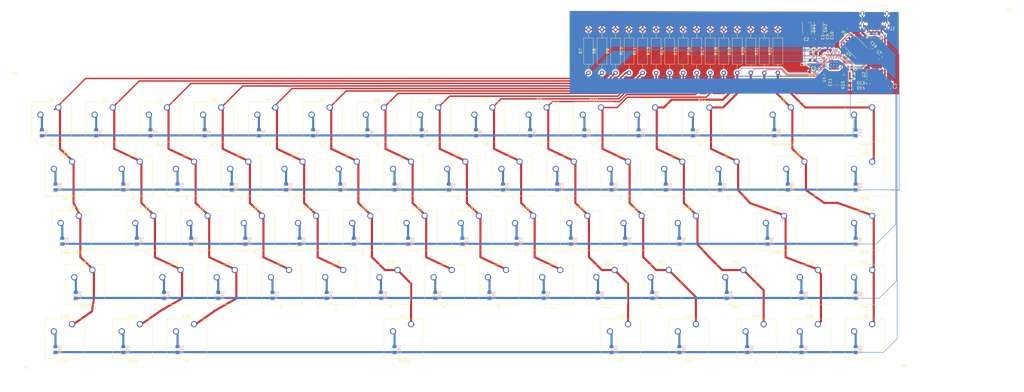
<source format=kicad_pcb>
(kicad_pcb (version 20240108) (generator "pcbnew") (generator_version "8.0")
  (layers (0 "F.Cu" signal) (31 "B.Cu" signal) (34 "B.Paste" user) (35 "F.Paste" user) (36 "B.SilkS" user "B.Silkscreen") (37 "F.SilkS" user "F.Silkscreen") (38 "B.Mask" user) (39 "F.Mask" user) (44 "Edge.Cuts" user))
  (net 0 "")
  (net 1 "/Row_0")
  (net 2 "/Row_1")
  (net 3 "/Row_2")
  (net 4 "/Row_3")
  (net 5 "/Row_4")
  (net 6 "/Col_0")
  (net 7 "/Col_1")
  (net 8 "/Col_2")
  (net 9 "/Col_3")
  (net 10 "/Col_4")
  (net 11 "/Col_5")
  (net 12 "/Col_6")
  (net 13 "/Col_7")
  (net 14 "/Col_8")
  (net 15 "/Col_9")
  (net 16 "/Col_10")
  (net 17 "/Col_11")
  (net 18 "/Col_12")
  (net 19 "/Col_13")
  (net 20 "/Col_14")
  (net 21 "Net-(D0-A)")
  (net 22 "Net-(D1-A)")
  (net 23 "Net-(D2-A)")
  (net 24 "Net-(D3-A)")
  (net 25 "Net-(D4-A)")
  (net 26 "Net-(D5-A)")
  (net 27 "Net-(D6-A)")
  (net 28 "Net-(D7-A)")
  (net 29 "Net-(D8-A)")
  (net 30 "Net-(D9-A)")
  (net 31 "Net-(D10-A)")
  (net 32 "Net-(D11-A)")
  (net 33 "Net-(D12-A)")
  (net 34 "Net-(D13-A)")
  (net 35 "Net-(D14-A)")
  (net 36 "Net-(D15-A)")
  (net 37 "Net-(D16-A)")
  (net 38 "Net-(D17-A)")
  (net 39 "Net-(D18-A)")
  (net 40 "Net-(D19-A)")
  (net 41 "Net-(D20-A)")
  (net 42 "Net-(D21-A)")
  (net 43 "Net-(D22-A)")
  (net 44 "Net-(D23-A)")
  (net 45 "Net-(D24-A)")
  (net 46 "Net-(D25-A)")
  (net 47 "Net-(D26-A)")
  (net 48 "Net-(D27-A)")
  (net 49 "Net-(D28-A)")
  (net 50 "Net-(D29-A)")
  (net 51 "Net-(D30-A)")
  (net 52 "Net-(D31-A)")
  (net 53 "Net-(D32-A)")
  (net 54 "Net-(D33-A)")
  (net 55 "Net-(D34-A)")
  (net 56 "Net-(D35-A)")
  (net 57 "Net-(D36-A)")
  (net 58 "Net-(D37-A)")
  (net 59 "Net-(D38-A)")
  (net 60 "Net-(D39-A)")
  (net 61 "Net-(D40-A)")
  (net 62 "Net-(D41-A)")
  (net 63 "Net-(D42-A)")
  (net 64 "Net-(D43-A)")
  (net 65 "Net-(D44-A)")
  (net 66 "Net-(D45-A)")
  (net 67 "Net-(D46-A)")
  (net 68 "Net-(D47-A)")
  (net 69 "Net-(D48-A)")
  (net 70 "Net-(D49-A)")
  (net 71 "Net-(D50-A)")
  (net 72 "Net-(D51-A)")
  (net 73 "Net-(D52-A)")
  (net 74 "Net-(D53-A)")
  (net 75 "Net-(D54-A)")
  (net 76 "Net-(D55-A)")
  (net 77 "Net-(D56-A)")
  (net 78 "Net-(D57-A)")
  (net 79 "Net-(D58-A)")
  (net 80 "Net-(D59-A)")
  (net 81 "Net-(D60-A)")
  (net 82 "Net-(D61-A)")
  (net 83 "Net-(D62-A)")
  (net 84 "Net-(D63-A)")
  (net 85 "Net-(D64-A)")
  (net 86 "Net-(D65-A)")
  (net 87 "Net-(D66-A)")
  (net 88 "GND")
  (net 89 "Net-(U1-XIN)")
  (net 90 "Net-(C2-Pad1)")
  (net 91 "+5V")
  (net 92 "+3V3")
  (net 93 "+1V1")
  (net 94 "/USB_D-")
  (net 96 "/USB_D+")
  (net 98 "Net-(J2-CC2)")
  (net 99 "Net-(J2-CC1)")
  (net 100 "Net-(U1-XOUT)")
  (net 101 "Net-(U1-USB_DP)")
  (net 102 "Net-(U1-USB_DM)")
  (net 103 "/~{BOOTSEL}")
  (net 104 "/QSPI_SS")
  (net 105 "/RUN")
  (net 108 "/QSPI_SCLK")
  (net 111 "/QSPI_SD0")
  (net 112 "/SWCLK")
  (net 115 "/QSPI_SD3")
  (net 116 "/QSPI_SD2")
  (net 119 "/QSPI_SD1")
  (net 121 "/SWD")
  (footprint "Button_Switch_Keyboard:SW_Cherry_MX_1.00u_PCB" (layer "F.Cu") (at 44.175 82.035)
    (property "Reference" "K0")
    (property "Value" "Esc")
  )
  (footprint "MountingHole:MountingHole_3.2mm_M3_DIN965" (layer "F.Cu") (at 378.11 51.4)
    (property "Reference" "H2")
    (property "Value" "MountingHole")
  )
  (footprint "MountingHole:MountingHole_3.2mm_M3_DIN965" (layer "F.Cu") (at 28.8 73.8)
    (property "Reference" "H3")
    (property "Value" "MountingHole")
  )
  (footprint "MountingHole:MountingHole_3.2mm_M3_DIN965" (layer "F.Cu") (at 341.1 176.65)
    (property "Reference" "H4")
    (property "Value" "MountingHole")
  )
  (footprint "MountingHole:MountingHole_3.2mm_M3_DIN965" (layer "F.Cu") (at 32.8 177.35)
    (property "Reference" "H1")
    (property "Value" "MountingHole")
  )
  (footprint "Button_Switch_Keyboard:SW_Cherry_MX_1.00u_PCB" (layer "F.Cu") (at 158.475 82.035)
    (property "Reference" "K6")
    (property "Value" "^,6")
  )
  (footprint "Package_DFN_QFN:QFN-56-1EP_7x7mm_P0.4mm_EP3.2x3.2mm" (layer "F.Cu") (at 316.498528 67.032727 -90)
    (property "Reference" "U1")
    (property "Value" "RP2040")
  )
  (footprint "Button_Switch_SMD:SW_Push_1P1T_NO_CK_KMR2" (layer "F.Cu") (at 306.998527 54.2 -90)
    (property "Reference" "SW1")
    (property "Value" "SW_Push")
  )
  (footprint "Button_Switch_Keyboard:SW_Cherry_MX_1.00u_PCB" (layer "F.Cu") (at 329.925 120.135)
    (property "Reference" "K43")
    (property "Value" "PgDn")
  )
  (footprint "Capacitor_SMD:C_0603_1608Metric" (layer "F.Cu") (at 322.998528 75.132727)
    (property "Reference" "C14")
    (property "Value" "100n")
  )
  (footprint "Resistor_SMD:R_0603_1608Metric" (layer "F.Cu") (at 308.848527 69.582726 180)
    (property "Reference" "R12")
    (property "Value" "10k")
  )
  (footprint "Button_Switch_Keyboard:SW_Cherry_MX_1.00u_PCB" (layer "F.Cu") (at 72.75 101.085)
    (property "Reference" "K16")
    (property "Value" "Q")
  )
  (footprint "Button_Switch_Keyboard:SW_Cherry_MX_1.00u_PCB" (layer "F.Cu") (at 253.725 82.035)
    (property "Reference" "K11")
    (property "Value" "_,-")
  )
  (footprint "Package_SO:SOIC-8_5.23x5.23mm_P1.27mm" (layer "F.Cu") (at 324.198527 60.832727 -45)
    (property "Reference" "U4")
    (property "Value" "W25Q128JVS")
  )
  (footprint "Resistor_THT:R_Axial_DIN0309_L9.0mm_D3.2mm_P15.24mm_Horizontal" (layer "F.Cu") (at 273.049999 69.85 90)
    (property "Reference" "R17")
    (property "Value" "10k")
  )
  (footprint "Button_Switch_Keyboard:SW_Cherry_MX_1.50u_PCB" (layer "F.Cu") (at 48.9375 158.235)
    (property "Reference" "K58")
    (property "Value" "Ctrl")
  )
  (footprint "Button_Switch_Keyboard:SW_Cherry_MX_1.00u_PCB" (layer "F.Cu") (at 72.75 158.235)
    (property "Reference" "K59")
    (property "Value" "Cmd")
  )
  (footprint "Button_Switch_Keyboard:SW_Cherry_MX_2.25u_PCB" (layer "F.Cu") (at 56.08125 139.185)
    (property "Reference" "K44")
    (property "Value" "Shift")
  )
  (footprint "Capacitor_SMD:C_0402_1005Metric" (layer "F.Cu") (at 321.608528 71.932728)
    (property "Reference" "C8")
    (property "Value" "1u")
  )
  (footprint "Button_Switch_Keyboard:SW_Cherry_MX_1.00u_PCB" (layer "F.Cu") (at 244.2 158.235)
    (property "Reference" "K62")
    (property "Value" "Alt")
  )
  (footprint "Button_Switch_Keyboard:SW_Cherry_MX_1.50u_PCB" (layer "F.Cu") (at 48.9375 101.085)
    (property "Reference" "K15")
    (property "Value" "Tab")
  )
  (footprint "Button_Switch_Keyboard:SW_Cherry_MX_1.00u_PCB" (layer "F.Cu") (at 329.925 82.035)
    (property "Reference" "K14")
    (property "Value" "Home")
  )
  (footprint "Capacitor_SMD:C_0402_1005Metric" (layer "F.Cu") (at 321.598527 69.932728)
    (property "Reference" "C6")
    (property "Value" "1u")
  )
  (footprint "Button_Switch_Keyboard:SW_Cherry_MX_1.00u_PCB" (layer "F.Cu") (at 263.25 101.085)
    (property "Reference" "K26")
    (property "Value" "{,[")
  )
  (footprint "Resistor_SMD:R_0603_1608Metric" (layer "F.Cu") (at 308.898528 65.482727 180)
    (property "Reference" "R1")
    (property "Value" "1k")
  )
  (footprint "Button_Switch_Keyboard:SW_Cherry_MX_1.00u_PCB" (layer "F.Cu") (at 239.4375 139.185)
    (property "Reference" "K53")
    (property "Value" ">,.")
  )
  (footprint "Button_Switch_Keyboard:SW_Cherry_MX_1.00u_PCB" (layer "F.Cu") (at 329.925 139.185)
    (property "Reference" "K57")
    (property "Value" "End")
  )
  (footprint "Button_Switch_Keyboard:SW_Cherry_MX_1.50u_PCB" (layer "F.Cu") (at 268.0125 158.235)
    (property "Reference" "K63")
    (property "Value" "Ctrl")
  )
  (footprint "Resistor_THT:R_Axial_DIN0309_L9.0mm_D3.2mm_P15.24mm_Horizontal" (layer "F.Cu") (at 282.55 69.85 90)
    (property "Reference" "R19")
    (property "Value" "10k")
  )
  (footprint "Button_Switch_Keyboard:SW_Cherry_MX_1.00u_PCB" (layer "F.Cu") (at 220.3875 139.185)
    (property "Reference" "K52")
    (property "Value" "<,,")
  )
  (footprint "Capacitor_SMD:C_0402_1005Metric" (layer "F.Cu") (at 311.398528 68.132727 180)
    (property "Reference" "C5")
    (property "Value" "100n")
  )
  (footprint "Connector_USB:USB_C_Receptacle_G-Switch_GT-USB-7010ASV" (layer "F.Cu") (at 330.76 50.095 180)
    (property "Reference" "J2")
    (property "Value" "USB_C_Receptacle_USB2.0_16P")
  )
  (footprint "Button_Switch_Keyboard:SW_Cherry_MX_1.00u_PCB" (layer "F.Cu") (at 272.775 82.035)
    (property "Reference" "K12")
    (property "Value" "+,=")
  )
  (footprint "Button_Switch_Keyboard:SW_Cherry_MX_1.00u_PCB" (layer "F.Cu") (at 129.9 101.085)
    (property "Reference" "K19")
    (property "Value" "R")
  )
  (footprint "Resistor_THT:R_Axial_DIN0309_L9.0mm_D3.2mm_P15.24mm_Horizontal" (layer "F.Cu") (at 258.8 69.85 90)
    (property "Reference" "R14")
    (property "Value" "10k")
  )
  (footprint "Resistor_THT:R_Axial_DIN0309_L9.0mm_D3.2mm_P15.24mm_Horizontal" (layer "F.Cu") (at 287.3 69.85 90)
    (property "Reference" "R20")
    (property "Value" "10k")
  )
  (footprint "Button_Switch_Keyboard:SW_Cherry_MX_1.00u_PCB" (layer "F.Cu") (at 125.1375 139.185)
    (property "Reference" "K47")
    (property "Value" "C")
  )
  (footprint "Button_Switch_Keyboard:SW_Cherry_MX_1.00u_PCB" (layer "F.Cu") (at 139.425 82.035)
    (property "Reference" "K5")
    (property "Value" "%,5")
  )
  (footprint "Capacitor_SMD:C_0603_1608Metric" (layer "F.Cu") (at 312.56 59.78 90)
    (property "Reference" "C1")
    (property "Value" "16pF")
  )
  (footprint "Button_Switch_Keyboard:SW_Cherry_MX_1.00u_PCB" (layer "F.Cu") (at 110.85 101.085)
    (property "Reference" "K18")
    (property "Value" "E")
  )
  (footprint "Button_Switch_Keyboard:SW_Cherry_MX_1.00u_PCB" (layer "F.Cu") (at 82.275 82.035)
    (property "Reference" "K2")
    (property "Value" "@,2")
  )
  (footprint "Button_Switch_Keyboard:SW_Cherry_MX_1.00u_PCB" (layer "F.Cu") (at 310.875 158.235)
    (property "Reference" "K65")
    (property "Value" "↓")
  )
  (footprint "Button_Switch_Keyboard:SW_Cherry_MX_1.00u_PCB" (layer "F.Cu") (at 87.0375 139.185)
    (property "Reference" "K45")
    (property "Value" "Z")
  )
  (footprint "Button_Switch_Keyboard:SW_Cherry_MX_1.00u_PCB" (layer "F.Cu") (at 163.2375 139.185)
    (property "Reference" "K49")
    (property "Value" "B")
  )
  (footprint "Capacitor_SMD:C_0603_1608Metric" (layer "F.Cu") (at 314.260001 59.78 90)
    (property "Reference" "C9")
    (property "Value" "100n")
  )
  (footprint "Capacitor_SMD:C_0603_1608Metric" (layer "F.Cu") (at 318.248527 74.132728 -90)
    (property "Reference" "C15")
    (property "Value" "100n")
  )
  (footprint "Button_Switch_Keyboard:SW_Cherry_MX_1.00u_PCB" (layer "F.Cu") (at 153.7125 120.135)
    (property "Reference" "K35")
    (property "Value" "G")
  )
  (footprint "Resistor_THT:R_Axial_DIN0309_L9.0mm_D3.2mm_P15.24mm_Horizontal" (layer "F.Cu") (at 244.55 69.85 90)
    (property "Reference" "R10")
    (property "Value" "10k")
  )
  (footprint "Button_Switch_Keyboard:SW_Cherry_MX_1.00u_PCB" (layer "F.Cu") (at 225.15 101.085)
    (property "Reference" "K24")
    (property "Value" "O")
  )
  (footprint "Capacitor_SMD:C_0603_1608Metric" (layer "F.Cu") (at 316.598527 74.132728 -90)
    (property "Reference" "C11")
    (property "Value" "100n")
  )
  (footprint "Button_Switch_Keyboard:SW_Cherry_MX_1.00u_PCB" (layer "F.Cu") (at 329.925 101.085)
    (property "Reference" "K29")
    (property "Value" "PgUp")
  )
  (footprint "Button_Switch_Keyboard:SW_Cherry_MX_1.50u_PCB" (layer "F.Cu") (at 306.1125 101.085)
    (property "Reference" "K28")
    (property "Value" "|,\\")
  )
  (footprint "Button_Switch_Keyboard:SW_Cherry_MX_1.00u_PCB" (layer "F.Cu") (at 106.0875 139.185)
    (property "Reference" "K46")
    (property "Value" "X")
  )
  (footprint "Button_Switch_Keyboard:SW_Cherry_MX_1.00u_PCB" (layer "F.Cu") (at 196.575 82.035)
    (property "Reference" "K8")
    (property "Value" "*,8")
  )
  (footprint "Button_Switch_Keyboard:SW_Cherry_MX_6.25u_PCB" (layer "F.Cu") (at 168 158.235)
    (property "Reference" "K61")
    (property "Value" "Blank")
  )
  (footprint "Button_Switch_Keyboard:SW_Cherry_MX_1.00u_PCB" (layer "F.Cu") (at 187.05 101.085)
    (property "Reference" "K22")
    (property "Value" "U")
  )
  (footprint "Capacitor_SMD:C_0603_1608Metric" (layer "F.Cu") (at 322.998527 73.432727)
    (property "Reference" "C13")
    (property "Value" "100n")
  )
  (footprint "Button_Switch_Keyboard:SW_Cherry_MX_1.00u_PCB" (layer "F.Cu") (at 210.8625 120.135)
    (property "Reference" "K38")
    (property "Value" "K")
  )
  (footprint "Button_Switch_Keyboard:SW_Cherry_MX_1.00u_PCB" (layer "F.Cu") (at 282.3 101.085)
    (property "Reference" "K27")
    (property "Value" "},]")
  )
  (footprint "Capacitor_SMD:C_0603_1608Metric" (layer "F.Cu") (at 315.86 59.83 90)
    (property "Reference" "C10")
    (property "Value" "100n")
  )
  (footprint "Button_Switch_Keyboard:SW_Cherry_MX_1.75u_PCB" (layer "F.Cu") (at 284.68125 139.185)
    (property "Reference" "K55")
    (property "Value" "Shift")
  )
  (footprint "Button_Switch_Keyboard:SW_Cherry_MX_1.00u_PCB" (layer "F.Cu") (at 63.225 82.035)
    (property "Reference" "K1")
    (property "Value" "!,1")
  )
  (footprint "Capacitor_SMD:C_0603_1608Metric" (layer "F.Cu") (at 308.898527 67.032727 180)
    (property "Reference" "C12")
    (property "Value" "100n")
  )
  (footprint "Resistor_THT:R_Axial_DIN0309_L9.0mm_D3.2mm_P15.24mm_Horizontal" (layer "F.Cu") (at 230.3 69.850001 90)
    (property "Reference" "R7")
    (property "Value" "10k")
  )
  (footprint "Button_Switch_Keyboard:SW_Cherry_MX_1.75u_PCB" (layer "F.Cu") (at 51.31875 120.135)
    (property "Reference" "K30")
    (property "Value" "Caps Lock")
  )
  (footprint "Button_Switch_Keyboard:SW_Cherry_MX_1.00u_PCB" (layer "F.Cu") (at 329.925 158.235)
    (property "Reference" "K66")
    (property "Value" "→")
  )
  (footprint "Resistor_SMD:R_0603_1608Metric" (layer "F.Cu") (at 320.95 54.85 135)
    (property "Reference" "R4")
    (property "Value" "1k")
  )
  (footprint "Button_Switch_Keyboard:SW_Cherry_MX_1.00u_PCB" (layer "F.Cu") (at 248.9625 120.135)
    (property "Reference" "K40")
    (property "Value" ":,;")
  )
  (footprint "Button_Switch_Keyboard:SW_Cherry_MX_1.00u_PCB" (layer "F.Cu") (at 229.9125 120.135)
    (property "Reference" "K39")
    (property "Value" "L")
  )
  (footprint "Button_Switch_Keyboard:SW_Cherry_MX_1.00u_PCB" (layer "F.Cu") (at 234.675 82.035)
    (property "Reference" "K10")
    (property "Value" "),0")
  )
  (footprint "Button_Switch_SMD:SW_Push_1P1T_NO_CK_KMR2" (layer "F.Cu") (at 311.1 54.15 -90)
    (property "Reference" "SW2")
    (property "Value" "SW_Push")
  )
  (footprint "Resistor_THT:R_Axial_DIN0309_L9.0mm_D3.2mm_P15.24mm_Horizontal" (layer "F.Cu") (at 249.299999 69.85 90)
    (property "Reference" "R11")
    (property "Value" "10k")
  )
  (footprint "Package_TO_SOT_SMD:SOT-223-3_TabPin2" (layer "F.Cu") (at 331.498527 70.482727 90)
    (property "Reference" "U2")
    (property "Value" "NCP1117-3.3_SOT223")
  )
  (footprint "Capacitor_SMD:C_0603_1608Metric" (layer "F.Cu") (at 329.45 60.86 -45)
    (property "Reference" "C16")
    (property "Value" "0.1uf")
  )
  (footprint "Button_Switch_Keyboard:SW_Cherry_MX_1.00u_PCB" (layer "F.Cu") (at 77.5125 120.135)
    (property "Reference" "K31")
    (property "Value" "A")
  )
  (footprint "Resistor_THT:R_Axial_DIN0309_L9.0mm_D3.2mm_P15.24mm_Horizontal" (layer "F.Cu") (at 296.8 69.850001 90)
    (property "Reference" "R22")
    (property "Value" "10k")
  )
  (footprint "parts:ABM8272T3" (layer "F.Cu") (at 309.323528 61.732727 90)
    (property "Reference" "Y1")
    (property "Value" "Crystal_GND24" (hide yes))
  )
  (footprint "Resistor_THT:R_Axial_DIN0309_L9.0mm_D3.2mm_P15.24mm_Horizontal" (layer "F.Cu") (at 268.3 69.85 90)
    (property "Reference" "R16")
    (property "Value" "10k")
  )
  (footprint "Button_Switch_Keyboard:SW_Cherry_MX_1.00u_PCB" (layer "F.Cu") (at 201.3375 139.185)
    (property "Reference" "K51")
    (property "Value" "M")
  )
  (footprint "Button_Switch_Keyboard:SW_Cherry_MX_1.00u_PCB" (layer "F.Cu") (at 144.1875 139.185)
    (property "Reference" "K48")
    (property "Value" "V")
  )
  (footprint "Resistor_THT:R_Axial_DIN0309_L9.0mm_D3.2mm_P15.24mm_Horizontal" (layer "F.Cu") (at 235.05 69.85 90)
    (property "Reference" "R8")
    (property "Value" "10k")
  )
  (footprint "Resistor_THT:R_Axial_DIN0309_L9.0mm_D3.2mm_P15.24mm_Horizontal" (layer "F.Cu") (at 239.8 69.85 90)
    (property "Reference" "R9")
    (property "Value" "10k")
  )
  (footprint "Button_Switch_Keyboard:SW_Cherry_MX_1.00u_PCB" (layer "F.Cu") (at 134.6625 120.135)
    (property "Reference" "K34")
    (property "Value" "F")
  )
  (footprint "Button_Switch_Keyboard:SW_Cherry_MX_1.00u_PCB" (layer "F.Cu") (at 96.5625 120.135)
    (property "Reference" "K32")
    (property "Value" "S")
  )
  (footprint "Button_Switch_Keyboard:SW_Cherry_MX_1.00u_PCB" (layer "F.Cu") (at 291.825 158.235)
    (property "Reference" "K64")
    (property "Value" "←")
  )
  (footprint "Button_Switch_Keyboard:SW_Cherry_MX_1.00u_PCB" (layer "F.Cu") (at 115.6125 120.135)
    (property "Reference" "K33")
    (property "Value" "D")
  )
  (footprint "Button_Switch_Keyboard:SW_Cherry_MX_1.00u_PCB" (layer "F.Cu") (at 101.325 82.035)
    (property "Reference" "K3")
    (property "Value" "#,3")
  )
  (footprint "Capacitor_SMD:C_0402_1005Metric" (layer "F.Cu") (at 321.598528 70.932727)
    (property "Reference" "C7")
    (property "Value" "100n")
  )
  (footprint "Button_Switch_Keyboard:SW_Cherry_MX_1.00u_PCB" (layer "F.Cu") (at 215.625 82.035)
    (property "Reference" "K9")
    (property "Value" "(,9")
  )
  (footprint "Resistor_SMD:R_0603_1608Metric" (layer "F.Cu") (at 332.34 56.92 -90)
    (property "Reference" "R5")
    (property "Value" "5.1k")
  )
  (footprint "Button_Switch_Keyboard:SW_Cherry_MX_1.00u_PCB" (layer "F.Cu") (at 206.1 101.085)
    (property "Reference" "K23")
    (property "Value" "I")
  )
  (footprint "Button_Switch_Keyboard:SW_Cherry_MX_2.00u_PCB" (layer "F.Cu") (at 301.35 82.035)
    (property "Reference" "K13")
    (property "Value" "Backspace")
  )
  (footprint "Resistor_THT:R_Axial_DIN0309_L9.0mm_D3.2mm_P15.24mm_Horizontal" (layer "F.Cu") (at 277.800001 69.85 90)
    (property "Reference" "R18")
    (property "Value" "10k")
  )
  (footprint "Button_Switch_Keyboard:SW_Cherry_MX_1.00u_PCB" (layer "F.Cu") (at 168 101.085)
    (property "Reference" "K21")
    (property "Value" "Y")
  )
  (footprint "Capacitor_SMD:C_0805_2012Metric" (layer "F.Cu") (at 332.498527 64.332728)
    (property "Reference" "C4")
    (property "Value" "10uF")
  )
  (footprint "Button_Switch_Keyboard:SW_Cherry_MX_1.00u_PCB" (layer "F.Cu") (at 148.95 101.085)
    (property "Reference" "K20")
    (property "Value" "T")
  )
  (footprint "Button_Switch_Keyboard:SW_Cherry_MX_1.00u_PCB" (layer "F.Cu") (at 177.525 82.035)
    (property "Reference" "K7")
    (property "Value" "&,7")
  )
  (footprint "Button_Switch_Keyboard:SW_Cherry_MX_1.00u_PCB" (layer "F.Cu") (at 91.8 101.085)
    (property "Reference" "K17")
    (property "Value" "W")
  )
  (footprint "Button_Switch_Keyboard:SW_Cherry_MX_1.00u_PCB" (layer "F.Cu") (at 172.7625 120.135)
    (property "Reference" "K36")
    (property "Value" "H")
  )
  (footprint "Capacitor_SMD:C_0805_2012Metric" (layer "F.Cu") (at 336.298527 74.582727 -90)
    (property "Reference" "C3")
    (property "Value" "10uF")
  )
  (footprint "Capacitor_SMD:C_0603_1608Metric" (layer "F.Cu") (at 309.248528 58.032727)
    (property "Reference" "C2")
    (property "Value" "16pF")
  )
  (footprint "Button_Switch_Keyboard:SW_Cherry_MX_1.00u_PCB" (layer "F.Cu") (at 182.2875 139.185)
    (property "Reference" "K50")
    (property "Value" "N")
  )
  (footprint "Button_Switch_Keyboard:SW_Cherry_MX_2.25u_PCB" (layer "F.Cu") (at 298.96875 120.135)
    (property "Reference" "K42")
    (property "Value" "Enter")
  )
  (footprint "Button_Switch_Keyboard:SW_Cherry_MX_1.00u_PCB" (layer "F.Cu") (at 244.2 101.085)
    (property "Reference" "K25")
    (property "Value" "P")
  )
  (footprint "Button_Switch_Keyboard:SW_Cherry_MX_1.00u_PCB" (layer "F.Cu") (at 258.4875 139.185)
    (property "Reference" "K54")
    (property "Value" "?,/")
  )
  (footprint "Button_Switch_Keyboard:SW_Cherry_MX_1.00u_PCB" (layer "F.Cu") (at 268.0125 120.135)
    (property "Reference" "K41")
    (property "Value" "\",'")
  )
  (footprint "Resistor_SMD:R_0402_1005Metric" (layer "F.Cu") (at 322.098528 67.732728)
    (property "Reference" "R2")
    (property "Value" "27")
  )
  (footprint "Resistor_THT:R_Axial_DIN0309_L9.0mm_D3.2mm_P15.24mm_Horizontal" (layer "F.Cu") (at 254.050001 69.85 90)
    (property "Reference" "R13")
    (property "Value" "10k")
  )
  (footprint "Resistor_SMD:R_0603_1608Metric" (layer "F.Cu") (at 329.65 56.85 -90)
    (property "Reference" "R6")
    (property "Value" "5.1k")
  )
  (footprint "Resistor_THT:R_Axial_DIN0309_L9.0mm_D3.2mm_P15.24mm_Horizontal" (layer "F.Cu") (at 263.55 69.85 90)
    (property "Reference" "R15")
    (property "Value" "10k")
  )
  (footprint "Button_Switch_Keyboard:SW_Cherry_MX_1.00u_PCB" (layer "F.Cu") (at 191.8125 120.135)
    (property "Reference" "K37")
    (property "Value" "J")
  )
  (footprint "Resistor_SMD:R_0402_1005Metric" (layer "F.Cu") (at 322.098528 68.682728)
    (property "Reference" "R3")
    (property "Value" "27")
  )
  (footprint "Button_Switch_Keyboard:SW_Cherry_MX_1.00u_PCB" (layer "F.Cu") (at 310.875 139.185)
    (property "Reference" "K56")
    (property "Value" "↑")
  )
  (footprint "Button_Switch_Keyboard:SW_Cherry_MX_1.00u_PCB" (layer "F.Cu") (at 91.8 158.235)
    (property "Reference" "K60")
    (property "Value" "Alt")
  )
  (footprint "Button_Switch_Keyboard:SW_Cherry_MX_1.00u_PCB" (layer "F.Cu") (at 120.375 82.035)
    (property "Reference" "K4")
    (property "Value" "$,4")
  )
  (footprint "Resistor_THT:R_Axial_DIN0309_L9.0mm_D3.2mm_P15.24mm_Horizontal" (layer "F.Cu") (at 292.05 69.85 90)
    (property "Reference" "R21")
    (property "Value" "10k")
  )
  (footprint "Diode_SMD:D_0805_2012Metric_Pad1.15x1.40mm_HandSolder" (layer "B.Cu") (at 38.375 90.925 90)
    (property "Reference" "D0")
    (property "Value" "D")
  )
  (footprint "Diode_SMD:D_0805_2012Metric_Pad1.15x1.40mm_HandSolder" (layer "B.Cu") (at 219.35 109.975 90)
    (property "Reference" "D24")
    (property "Value" "D")
  )
  (footprint "Diode_SMD:D_0805_2012Metric_Pad1.15x1.40mm_HandSolder" (layer "B.Cu") (at 162.2 109.975 90)
    (property "Reference" "D21")
    (property "Value" "D")
  )
  (footprint "Diode_SMD:D_0805_2012Metric_Pad1.15x1.40mm_HandSolder" (layer "B.Cu") (at 76.475 90.925 90)
    (property "Reference" "D2")
    (property "Value" "D")
  )
  (footprint "Diode_SMD:D_0805_2012Metric_Pad1.15x1.40mm_HandSolder" (layer "B.Cu") (at 124.1 109.975 90)
    (property "Reference" "D19")
    (property "Value" "D")
  )
  (footprint "Diode_SMD:D_0805_2012Metric_Pad1.15x1.40mm_HandSolder" (layer "B.Cu") (at 138.3875 148.075 90)
    (property "Reference" "D48")
    (property "Value" "D")
  )
  (footprint "Diode_SMD:D_0805_2012Metric_Pad1.15x1.40mm_HandSolder" (layer "B.Cu") (at 171.725 90.925 90)
    (property "Reference" "D7")
    (property "Value" "D")
  )
  (footprint "Diode_SMD:D_0805_2012Metric_Pad1.15x1.40mm_HandSolder" (layer "B.Cu") (at 214.5875 148.075 90)
    (property "Reference" "D52")
    (property "Value" "D")
  )
  (footprint "Diode_SMD:D_0805_2012Metric_Pad1.15x1.40mm_HandSolder" (layer "B.Cu") (at 247.925 90.925 90)
    (property "Reference" "D11")
    (property "Value" "D")
  )
  (footprint "Diode_SMD:D_0805_2012Metric_Pad1.15x1.40mm_HandSolder" (layer "B.Cu") (at 324.125 90.925 90)
    (property "Reference" "D14")
    (property "Value" "D")
  )
  (footprint "Diode_SMD:D_0805_2012Metric_Pad1.15x1.40mm_HandSolder" (layer "B.Cu") (at 266.975 90.925 90)
    (property "Reference" "D12")
    (property "Value" "D")
  )
  (footprint "Diode_SMD:D_0805_2012Metric_Pad1.15x1.40mm_HandSolder" (layer "B.Cu") (at 324.125 167.125 90)
    (property "Reference" "D66")
    (property "Value" "D")
  )
  (footprint "Diode_SMD:D_0805_2012Metric_Pad1.15x1.40mm_HandSolder" (layer "B.Cu") (at 293.16875 129.025 90)
    (property "Reference" "D42")
    (property "Value" "D")
  )
  (footprint "Diode_SMD:D_0805_2012Metric_Pad1.15x1.40mm_HandSolder" (layer "B.Cu") (at 305.075 167.125 90)
    (property "Reference" "D65")
    (property "Value" "D")
  )
  (footprint "Diode_SMD:D_0805_2012Metric_Pad1.15x1.40mm_HandSolder" (layer "B.Cu") (at 195.5375 148.075 90)
    (property "Reference" "D51")
    (property "Value" "D")
  )
  (footprint "Diode_SMD:D_0805_2012Metric_Pad1.15x1.40mm_HandSolder" (layer "B.Cu") (at 200.3 109.975 90)
    (property "Reference" "D23")
    (property "Value" "D")
  )
  (footprint "Diode_SMD:D_0805_2012Metric_Pad1.15x1.40mm_HandSolder" (layer "B.Cu") (at 166.9625 129.025 90)
    (property "Reference" "D36")
    (property "Value" "D")
  )
  (footprint "Diode_SMD:D_0805_2012Metric_Pad1.15x1.40mm_HandSolder" (layer "B.Cu") (at 262.2125 129.025 90)
    (property "Reference" "D41")
    (property "Value" "D")
  )
  (footprint "Diode_SMD:D_0805_2012Metric_Pad1.15x1.40mm_HandSolder" (layer "B.Cu") (at 105.05 109.975 90)
    (property "Reference" "D18")
    (property "Value" "D")
  )
  (footprint "Diode_SMD:D_0805_2012Metric_Pad1.15x1.40mm_HandSolder" (layer "B.Cu") (at 262.2125 167.125 90)
    (property "Reference" "D63")
    (property "Value" "D")
  )
  (footprint "Diode_SMD:D_0805_2012Metric_Pad1.15x1.40mm_HandSolder" (layer "B.Cu") (at 205.0625 129.025 90)
    (property "Reference" "D38")
    (property "Value" "D")
  )
  (footprint "Diode_SMD:D_0805_2012Metric_Pad1.15x1.40mm_HandSolder" (layer "B.Cu") (at 133.625 90.925 90)
    (property "Reference" "D5")
    (property "Value" "D")
  )
  (footprint "Diode_SMD:D_0805_2012Metric_Pad1.15x1.40mm_HandSolder" (layer "B.Cu") (at 257.45 109.975 90)
    (property "Reference" "D26")
    (property "Value" "D")
  )
  (footprint "Diode_SMD:D_0805_2012Metric_Pad1.15x1.40mm_HandSolder" (layer "B.Cu") (at 66.95 167.125 90)
    (property "Reference" "D59")
    (property "Value" "D")
  )
  (footprint "Diode_SMD:D_0805_2012Metric_Pad1.15x1.40mm_HandSolder" (layer "B.Cu") (at 186.0125 129.025 90)
    (property "Reference" "D37")
    (property "Value" "D")
  )
  (footprint "Diode_SMD:D_0805_2012Metric_Pad1.15x1.40mm_HandSolder" (layer "B.Cu") (at 119.3375 148.075 90)
    (property "Reference" "D47")
    (property "Value" "D")
  )
  (footprint "Diode_SMD:D_0805_2012Metric_Pad1.15x1.40mm_HandSolder" (layer "B.Cu") (at 300.3125 109.975 90)
    (property "Reference" "D28")
    (property "Value" "D")
  )
  (footprint "Diode_SMD:D_0805_2012Metric_Pad1.15x1.40mm_HandSolder" (layer "B.Cu") (at 181.25 109.975 90)
    (property "Reference" "D22")
    (property "Value" "D")
  )
  (footprint "Diode_SMD:D_0805_2012Metric_Pad1.15x1.40mm_HandSolder" (layer "B.Cu") (at 286.025 167.125 90)
    (property "Reference" "D64")
    (property "Value" "D")
  )
  (footprint "Diode_SMD:D_0805_2012Metric_Pad1.15x1.40mm_HandSolder" (layer "B.Cu") (at 109.8125 129.025 90)
    (property "Reference" "D33")
    (property "Value" "D")
  )
  (footprint "Diode_SMD:D_0805_2012Metric_Pad1.15x1.40mm_HandSolder" (layer "B.Cu") (at 100.2875 148.075 90)
    (property "Reference" "D46")
    (property "Value" "D")
  )
  (footprint "Diode_SMD:D_0805_2012Metric_Pad1.15x1.40mm_HandSolder" (layer "B.Cu") (at 278.88125 148.075 90)
    (property "Reference" "D55")
    (property "Value" "D")
  )
  (footprint "Diode_SMD:D_0805_2012Metric_Pad1.15x1.40mm_HandSolder" (layer "B.Cu") (at 162.2 167.125 90)
    (property "Reference" "D61")
    (property "Value" "D")
  )
  (footprint "Diode_SMD:D_0805_2012Metric_Pad1.15x1.40mm_HandSolder" (layer "B.Cu") (at 50.28125 148.075 90)
    (property "Reference" "D44")
    (property "Value" "D")
  )
  (footprint "Diode_SMD:D_0805_2012Metric_Pad1.15x1.40mm_HandSolder" (layer "B.Cu") (at 243.1625 129.025 90)
    (property "Reference" "D40")
    (property "Value" "D")
  )
  (footprint "Diode_SMD:D_0805_2012Metric_Pad1.15x1.40mm_HandSolder" (layer "B.Cu") (at 305.075 148.075 90)
    (property "Reference" "D56")
    (property "Value" "D")
  )
  (footprint "Diode_SMD:D_0805_2012Metric_Pad1.15x1.40mm_HandSolder" (layer "B.Cu") (at 276.5 109.975 90)
    (property "Reference" "D27")
    (property "Value" "D")
  )
  (footprint "Diode_SMD:D_0805_2012Metric_Pad1.15x1.40mm_HandSolder" (layer "B.Cu") (at 86 109.975 90)
    (property "Reference" "D17")
    (property "Value" "D")
  )
  (footprint "Diode_SMD:D_0805_2012Metric_Pad1.15x1.40mm_HandSolder" (layer "B.Cu") (at 86 167.125 90)
    (property "Reference" "D60")
    (property "Value" "D")
  )
  (footprint "Diode_SMD:D_0805_2012Metric_Pad1.15x1.40mm_HandSolder" (layer "B.Cu") (at 143.15 109.975 90)
    (property "Reference" "D20")
    (property "Value" "D")
  )
  (footprint "Diode_SMD:D_0805_2012Metric_Pad1.15x1.40mm_HandSolder" (layer "B.Cu") (at 324.125 109.975 90)
    (property "Reference" "D29")
    (property "Value" "D")
  )
  (footprint "Diode_SMD:D_0805_2012Metric_Pad1.15x1.40mm_HandSolder" (layer "B.Cu") (at 152.675 90.925 90)
    (property "Reference" "D6")
    (property "Value" "D")
  )
  (footprint "Diode_SMD:D_0805_2012Metric_Pad1.15x1.40mm_HandSolder" (layer "B.Cu") (at 176.4875 148.075 90)
    (property "Reference" "D50")
    (property "Value" "D")
  )
  (footprint "Diode_SMD:D_0805_2012Metric_Pad1.15x1.40mm_HandSolder" (layer "B.Cu") (at 224.1125 129.025 90)
    (property "Reference" "D39")
    (property "Value" "D")
  )
  (footprint "Diode_SMD:D_0805_2012Metric_Pad1.15x1.40mm_HandSolder" (layer "B.Cu") (at 43.1375 109.975 90)
    (property "Reference" "D15")
    (property "Value" "D")
  )
  (footprint "Diode_SMD:D_0805_2012Metric_Pad1.15x1.40mm_HandSolder" (layer "B.Cu") (at 128.8625 129.025 90)
    (property "Reference" "D34")
    (property "Value" "D")
  )
  (footprint "Diode_SMD:D_0805_2012Metric_Pad1.15x1.40mm_HandSolder" (layer "B.Cu") (at 228.875 90.925 90)
    (property "Reference" "D10")
    (property "Value" "D")
  )
  (footprint "Diode_SMD:D_0805_2012Metric_Pad1.15x1.40mm_HandSolder" (layer "B.Cu") (at 45.51875 129.025 90)
    (property "Reference" "D30")
    (property "Value" "D")
  )
  (footprint "Diode_SMD:D_0805_2012Metric_Pad1.15x1.40mm_HandSolder" (layer "B.Cu") (at 114.575 90.925 90)
    (property "Reference" "D4")
    (property "Value" "D")
  )
  (footprint "Diode_SMD:D_0805_2012Metric_Pad1.15x1.40mm_HandSolder" (layer "B.Cu") (at 209.825 90.925 90)
    (property "Reference" "D9")
    (property "Value" "D")
  )
  (footprint "Diode_SMD:D_0805_2012Metric_Pad1.15x1.40mm_HandSolder" (layer "B.Cu") (at 295.55 90.925 90)
    (property "Reference" "D13")
    (property "Value" "D")
  )
  (footprint "Diode_SMD:D_0805_2012Metric_Pad1.15x1.40mm_HandSolder" (layer "B.Cu") (at 147.9125 129.025 90)
    (property "Reference" "D35")
    (property "Value" "D")
  )
  (footprint "Diode_SMD:D_0805_2012Metric_Pad1.15x1.40mm_HandSolder" (layer "B.Cu") (at 66.95 109.975 90)
    (property "Reference" "D16")
    (property "Value" "D")
  )
  (footprint "Diode_SMD:D_0805_2012Metric_Pad1.15x1.40mm_HandSolder" (layer "B.Cu") (at 324.125 129.025 90)
    (property "Reference" "D43")
    (property "Value" "D")
  )
  (footprint "Diode_SMD:D_0805_2012Metric_Pad1.15x1.40mm_HandSolder" (layer "B.Cu") (at 90.7625 129.025 90)
    (property "Reference" "D32")
    (property "Value" "D")
  )
  (footprint "Diode_SMD:D_0805_2012Metric_Pad1.15x1.40mm_HandSolder" (layer "B.Cu") (at 233.6375 148.075 90)
    (property "Reference" "D53")
    (property "Value" "D")
  )
  (footprint "Diode_SMD:D_0805_2012Metric_Pad1.15x1.40mm_HandSolder" (layer "B.Cu") (at 95.525 90.925 90)
    (property "Reference" "D3")
    (property "Value" "D")
  )
  (footprint "Diode_SMD:D_0805_2012Metric_Pad1.15x1.40mm_HandSolder" (layer "B.Cu") (at 252.6875 148.075 90)
    (property "Reference" "D54")
    (property "Value" "D")
  )
  (footprint "Diode_SMD:D_0805_2012Metric_Pad1.15x1.40mm_HandSolder" (layer "B.Cu") (at 81.2375 148.075 90)
    (property "Reference" "D45")
    (property "Value" "D")
  )
  (footprint "Diode_SMD:D_0805_2012Metric_Pad1.15x1.40mm_HandSolder" (layer "B.Cu") (at 57.425 90.925 90)
    (property "Reference" "D1")
    (property "Value" "D")
  )
  (footprint "Diode_SMD:D_0805_2012Metric_Pad1.15x1.40mm_HandSolder" (layer "B.Cu") (at 190.775 90.925 90)
    (property "Reference" "D8")
    (property "Value" "D")
  )
  (footprint "Diode_SMD:D_0805_2012Metric_Pad1.15x1.40mm_HandSolder" (layer "B.Cu") (at 238.4 109.975 90)
    (property "Reference" "D25")
    (property "Value" "D")
  )
  (footprint "Diode_SMD:D_0805_2012Metric_Pad1.15x1.40mm_HandSolder" (layer "B.Cu") (at 324.125 148.075 90)
    (property "Reference" "D57")
    (property "Value" "D")
  )
  (footprint "Diode_SMD:D_0805_2012Metric_Pad1.15x1.40mm_HandSolder" (layer "B.Cu") (at 71.7125 129.025 90)
    (property "Reference" "D31")
    (property "Value" "D")
  )
  (footprint "Diode_SMD:D_0805_2012Metric_Pad1.15x1.40mm_HandSolder" (layer "B.Cu") (at 43.1375 167.125 90)
    (property "Reference" "D58")
    (property "Value" "D")
  )
  (footprint "Diode_SMD:D_0805_2012Metric_Pad1.15x1.40mm_HandSolder" (layer "B.Cu") (at 238.4 167.125 90)
    (property "Reference" "D62")
    (property "Value" "D")
  )
  (footprint "Diode_SMD:D_0805_2012Metric_Pad1.15x1.40mm_HandSolder" (layer "B.Cu") (at 157.4375 148.075 90)
    (property "Reference" "D49")
    (property "Value" "D")
  )
  (segment (start 318.698527 64.709249) (end 318.698527 63.595227) (width 0.15) (layer "F.Cu") (net 1))
  (segment (start 319.060858 65.07158) (end 318.698527 64.709249) (width 0.15) (layer "F.Cu") (net 1))
  (via (at 319.060858 65.07158) (size 0.5) (drill 0.3) (layers "F.Cu" "B.Cu") (net 1))
  (segment (start 133.625 91.865) (end 152.675 91.865) (width 0.75) (layer "B.Cu") (net 1))
  (segment (start 323.548 86.492544) (end 323.548 88.95261) (width 0.15) (layer "B.Cu") (net 1))
  (segment (start 209.825 91.865) (end 228.875 91.865) (width 0.75) (layer "B.Cu") (net 1))
  (segment (start 38.375 91.865) (end 57.425 91.865) (width 0.75) (layer "B.Cu") (net 1))
  (segment (start 76.475 91.865) (end 95.525 91.865) (width 0.75) (layer "B.Cu") (net 1))
  (segment (start 319.060858 65.07158) (end 319.07158 65.07158) (width 0.15) (layer "B.Cu") (net 1))
  (segment (start 266.975 91.865) (end 295.55 91.865) (width 0.75) (layer "B.Cu") (net 1))
  (segment (start 322.2 85.144544) (end 323.548 86.492544) (width 0.15) (layer "B.Cu") (net 1))
  (segment (start 323.15 90.975) (end 324.125 91.95) (width 0.15) (layer "B.Cu") (net 1))
  (segment (start 295.55 91.865) (end 324.125 91.865) (width 0.75) (layer "B.Cu") (net 1))
  (segment (start 171.725 91.865) (end 190.775 91.865) (width 0.75) (layer "B.Cu") (net 1))
  (segment (start 247.925 91.865) (end 266.975 91.865) (width 0.75) (layer "B.Cu") (net 1))
  (segment (start 323.15 89.35061) (end 323.15 90.975) (width 0.15) (layer "B.Cu") (net 1))
  (segment (start 322.2 68.2) (end 322.2 85.144544) (width 0.15) (layer "B.Cu") (net 1))
  (segment (start 57.425 91.865) (end 76.475 91.865) (width 0.75) (layer "B.Cu") (net 1))
  (segment (start 323.548 88.95261) (end 323.15 89.35061) (width 0.15) (layer "B.Cu") (net 1))
  (segment (start 152.675 91.865) (end 171.725 91.865) (width 0.75) (layer "B.Cu") (net 1))
  (segment (start 319.07158 65.07158) (end 322.2 68.2) (width 0.15) (layer "B.Cu") (net 1))
  (segment (start 228.875 91.865) (end 247.925 91.865) (width 0.75) (layer "B.Cu") (net 1))
  (segment (start 114.575 91.865) (end 133.625 91.865) (width 0.75) (layer "B.Cu") (net 1))
  (segment (start 95.525 91.865) (end 114.575 91.865) (width 0.75) (layer "B.Cu") (net 1))
  (segment (start 190.775 91.865) (end 209.825 91.865) (width 0.75) (layer "B.Cu") (net 1))
  (segment (start 318.27 62.51) (end 318.298528 62.538528) (width 0.15) (layer "F.Cu") (net 2))
  (segment (start 339.4 111.01) (end 337.2 111.01) (width 0.15) (layer "F.Cu") (net 2))
  (segment (start 318.298528 62.538528) (end 318.298528 63.595227) (width 0.15) (layer "F.Cu") (net 2))
  (via (at 318.27 62.51) (size 0.5) (drill 0.3) (layers "F.Cu" "B.Cu") (net 2))
  (via (at 337.2 111.01) (size 0.5) (drill 0.3) (layers "F.Cu" "B.Cu") (net 2))
  (via (at 339.4 111.01) (size 0.5) (drill 0.3) (layers "F.Cu" "B.Cu") (net 2))
  (segment (start 162.2 110.915) (end 181.25 110.915) (width 0.75) (layer "B.Cu") (net 2))
  (segment (start 105.05 110.915) (end 124.1 110.915) (width 0.75) (layer "B.Cu") (net 2))
  (segment (start 238.4 110.915) (end 257.45 110.915) (width 0.75) (layer "B.Cu") (net 2))
  (segment (start 66.95 110.915) (end 86 110.915) (width 0.75) (layer "B.Cu") (net 2))
  (segment (start 219.35 110.915) (end 238.4 110.915) (width 0.75) (layer "B.Cu") (net 2))
  (segment (start 43.1375 110.915) (end 66.95 110.915) (width 0.75) (layer "B.Cu") (net 2))
  (segment (start 332.134738 56.123) (end 321.701889 56.123) (width 0.15) (layer "B.Cu") (net 2))
  (segment (start 257.45 110.915) (end 276.5 110.915) (width 0.75) (layer "B.Cu") (net 2))
  (segment (start 300.3125 110.915) (end 324.125 110.915) (width 0.75) (layer "B.Cu") (net 2))
  (segment (start 317.635111 62.51) (end 318.27 62.51) (width 0.15) (layer "B.Cu") (net 2))
  (segment (start 317.165 62.039889) (end 317.635111 62.51) (width 0.15) (layer "B.Cu") (net 2))
  (segment (start 317.165 60.659889) (end 317.165 62.039889) (width 0.15) (layer "B.Cu") (net 2))
  (segment (start 143.15 110.915) (end 162.2 110.915) (width 0.75) (layer "B.Cu") (net 2))
  (segment (start 339.4 63.388262) (end 332.134738 56.123) (width 0.15) (layer "B.Cu") (net 2))
  (segment (start 321.701889 56.123) (end 317.165 60.659889) (width 0.15) (layer "B.Cu") (net 2))
  (segment (start 337.19 111) (end 337.2 111.01) (width 0.15) (layer "B.Cu") (net 2))
  (segment (start 181.25 110.915) (end 200.3 110.915) (width 0.75) (layer "B.Cu") (net 2))
  (segment (start 200.3 110.915) (end 219.35 110.915) (width 0.75) (layer "B.Cu") (net 2))
  (segment (start 339.4 111.01) (end 339.4 63.388262) (width 0.15) (layer "B.Cu") (net 2))
  (segment (start 124.1 110.915) (end 143.15 110.915) (width 0.75) (layer "B.Cu") (net 2))
  (segment (start 324.125 111) (end 337.19 111) (width 0.15) (layer "B.Cu") (net 2))
  (segment (start 276.5 110.915) (end 300.3125 110.915) (width 0.75) (layer "B.Cu") (net 2))
  (segment (start 86 110.915) (end 105.05 110.915) (width 0.75) (layer "B.Cu") (net 2))
  (segment (start 318.13 64.65) (end 317.898528 64.418528) (width 0.15) (layer "F.Cu") (net 3))
  (segment (start 317.898528 64.418528) (end 317.898528 63.595227) (width 0.15) (layer "F.Cu") (net 3))
  (via (at 318.13 64.65) (size 0.5) (drill 0.3) (layers "F.Cu" "B.Cu") (net 3))
  (segment (start 147.9125 129.965) (end 166.9625 129.965) (width 0.75) (layer "B.Cu") (net 3))
  (segment (start 338.146 73.567738) (end 338.146 123.224) (width 0.15) (layer "B.Cu") (net 3))
  (segment (start 205.0625 129.965) (end 224.1125 129.965) (width 0.75) (layer "B.Cu") (net 3))
  (segment (start 318.635 64.145) (end 319.895 64.145) (width 0.15) (layer "B.Cu") (net 3))
  (segment (start 243.1625 129.965) (end 262.2125 129.965) (width 0.75) (layer "B.Cu") (net 3))
  (segment (start 128.8625 129.965) (end 147.9125 129.965) (width 0.75) (layer "B.Cu") (net 3))
  (segment (start 262.2125 129.965) (end 293.16875 129.965) (width 0.75) (layer "B.Cu") (net 3))
  (segment (start 293.16875 129.965) (end 324.125 129.965) (width 0.75) (layer "B.Cu") (net 3))
  (segment (start 323.61 67.86) (end 332.438262 67.86) (width 0.15) (layer "B.Cu") (net 3))
  (segment (start 338.146 123.224) (end 331.32 130.05) (width 0.15) (layer "B.Cu") (net 3))
  (segment (start 45.51875 129.965) (end 71.7125 129.965) (width 0.75) (layer "B.Cu") (net 3))
  (segment (start 331.32 130.05) (end 324.125 130.05) (width 0.15) (layer "B.Cu") (net 3))
  (segment (start 186.0125 129.965) (end 205.0625 129.965) (width 0.75) (layer "B.Cu") (net 3))
  (segment (start 319.895 64.145) (end 323.61 67.86) (width 0.15) (layer "B.Cu") (net 3))
  (segment (start 109.8125 129.965) (end 128.8625 129.965) (width 0.75) (layer "B.Cu") (net 3))
  (segment (start 90.7625 129.965) (end 109.8125 129.965) (width 0.75) (layer "B.Cu") (net 3))
  (segment (start 318.13 64.65) (end 318.635 64.145) (width 0.15) (layer "B.Cu") (net 3))
  (segment (start 71.7125 129.965) (end 90.7625 129.965) (width 0.75) (layer "B.Cu") (net 3))
  (segment (start 224.1125 129.965) (end 243.1625 129.965) (width 0.75) (layer "B.Cu") (net 3))
  (segment (start 332.438262 67.86) (end 338.146 73.567738) (width 0.15) (layer "B.Cu") (net 3))
  (segment (start 166.9625 129.965) (end 186.0125 129.965) (width 0.75) (layer "B.Cu") (net 3))
  (segment (start 317.19 64.452261) (end 317.523528 64.118733) (width 0.15) (layer "F.Cu") (net 4))
  (segment (start 317.19 64.74) (end 317.19 64.452261) (width 0.15) (layer "F.Cu") (net 4))
  (segment (start 317.523528 64.118733) (end 317.523528 63.56) (width 0.15) (layer "F.Cu") (net 4))
  (via (at 317.19 64.74) (size 0.5) (drill 0.3) (layers "F.Cu" "B.Cu") (net 4))
  (segment (start 338.423 73.453) (end 338.260737 73.290738) (width 0.15) (layer "B.Cu") (net 4))
  (segment (start 305.075 149.015) (end 324.125 149.015) (width 0.75) (layer "B.Cu") (net 4))
  (segment (start 176.4875 149.015) (end 195.5375 149.015) (width 0.75) (layer "B.Cu") (net 4))
  (segment (start 278.88125 149.015) (end 305.075 149.015) (width 0.75) (layer "B.Cu") (net 4))
  (segment (start 317.19 64.375) (end 317.19 64.74) (width 0.15) (layer "B.Cu") (net 4))
  (segment (start 138.3875 149.015) (end 157.4375 149.015) (width 0.75) (layer "B.Cu") (net 4))
  (segment (start 81.2375 149.015) (end 100.2875 149.015) (width 0.75) (layer "B.Cu") (net 4))
  (segment (start 157.4375 149.015) (end 176.4875 149.015) (width 0.75) (layer "B.Cu") (net 4))
  (segment (start 195.5375 149.015) (end 214.5875 149.015) (width 0.75) (layer "B.Cu") (net 4))
  (segment (start 324.125 149.1) (end 332.443 149.1) (width 0.15) (layer "B.Cu") (net 4))
  (segment (start 252.6875 149.015) (end 278.88125 149.015) (width 0.75) (layer "B.Cu") (net 4))
  (segment (start 323.724738 67.583) (end 320.009738 63.868) (width 0.15) (layer "B.Cu") (net 4))
  (segment (start 233.6375 149.015) (end 252.6875 149.015) (width 0.75) (layer "B.Cu") (net 4))
  (segment (start 119.3375 149.015) (end 138.3875 149.015) (width 0.75) (layer "B.Cu") (net 4))
  (segment (start 50.28125 149.015) (end 81.2375 149.015) (width 0.75) (layer "B.Cu") (net 4))
  (segment (start 338.260737 73.290738) (end 332.553 67.583) (width 0.15) (layer "B.Cu") (net 4))
  (segment (start 320.009738 63.868) (end 317.697 63.868) (width 0.15) (layer "B.Cu") (net 4))
  (segment (start 317.697 63.868) (end 317.19 64.375) (width 0.15) (layer "B.Cu") (net 4))
  (segment (start 214.5875 149.015) (end 233.6375 149.015) (width 0.75) (layer "B.Cu") (net 4))
  (segment (start 332.443 149.1) (end 338.423 143.12) (width 0.15) (layer "B.Cu") (net 4))
  (segment (start 338.423 143.12) (end 338.423 73.453) (width 0.15) (layer "B.Cu") (net 4))
  (segment (start 332.553 67.583) (end 323.724738 67.583) (width 0.15) (layer "B.Cu") (net 4))
  (segment (start 100.2875 149.015) (end 119.3375 149.015) (width 0.75) (layer "B.Cu") (net 4))
  (segment (start 317.098529 63.595227) (end 317.098529 62.431471) (width 0.15) (layer "F.Cu") (net 5))
  (segment (start 317.098529 62.431471) (end 317.72 61.81) (width 0.15) (layer "F.Cu") (net 5))
  (via (at 317.72 61.81) (size 0.5) (drill 0.3) (layers "F.Cu" "B.Cu") (net 5))
  (segment (start 86 168.065) (end 162.2 168.065) (width 0.75) (layer "B.Cu") (net 5))
  (segment (start 66.95 168.065) (end 86 168.065) (width 0.75) (layer "B.Cu") (net 5))
  (segment (start 332.02 56.4) (end 322.685111 56.4) (width 0.15) (layer "B.Cu") (net 5))
  (segment (start 238.4 168.065) (end 262.2125 168.065) (width 0.75) (layer "B.Cu") (net 5))
  (segment (start 324.125 168.15) (end 333.91 168.15) (width 0.15) (layer "B.Cu") (net 5))
  (segment (start 43.1375 168.065) (end 66.95 168.065) (width 0.75) (layer "B.Cu") (net 5))
  (segment (start 286.025 168.065) (end 305.075 168.065) (width 0.75) (layer "B.Cu") (net 5))
  (segment (start 333.91 168.15) (end 338.7 163.36) (width 0.15) (layer "B.Cu") (net 5))
  (segment (start 317.72 61.365111) (end 317.72 61.81) (width 0.15) (layer "B.Cu") (net 5))
  (segment (start 338.7 63.08) (end 332.02 56.4) (width 0.15) (layer "B.Cu") (net 5))
  (segment (start 262.2125 168.065) (end 286.025 168.065) (width 0.75) (layer "B.Cu") (net 5))
  (segment (start 162.2 168.065) (end 238.4 168.065) (width 0.75) (layer "B.Cu") (net 5))
  (segment (start 305.075 168.065) (end 324.125 168.065) (width 0.75) (layer "B.Cu") (net 5))
  (segment (start 338.7 163.36) (end 338.7 63.08) (width 0.15) (layer "B.Cu") (net 5))
  (segment (start 322.685111 56.4) (end 317.72 61.365111) (width 0.15) (layer "B.Cu") (net 5))
  (segment (start 51.86875 120.135) (end 51.86875 130.135) (width 0.75) (layer "F.Cu") (net 6))
  (segment (start 53.712 71.838) (end 42.75 82.8) (width 0.5) (layer "F.Cu") (net 6))
  (segment (start 316.698528 62.846361) (end 316.698528 63.595227) (width 0.15) (layer "F.Cu") (net 6))
  (segment (start 228.312001 71.838) (end 53.712 71.838) (width 0.5) (layer "F.Cu") (net 6))
  (segment (start 51.86875 120.135) (end 49.4875 115.635) (width 0.75) (layer "F.Cu") (net 6))
  (segment (start 49.4875 101.085) (end 49.4875 111.085) (width 0.75) (layer "F.Cu") (net 6))
  (segment (start 316.815 62.045) (end 316.815 62.729889) (width 0.15) (layer "F.Cu") (net 6))
  (segment (start 44.725 82.035) (end 44.725 92.035) (width 0.75) (layer "F.Cu") (net 6))
  (segment (start 230.3 69.850001) (end 228.312001 71.838) (width 0.5) (layer "F.Cu") (net 6))
  (segment (start 49.4875 111.085) (end 49.4875 115.585) (width 0.75) (layer "F.Cu") (net 6))
  (segment (start 316.815 62.729889) (end 316.698528 62.846361) (width 0.15) (layer "F.Cu") (net 6))
  (segment (start 56.63125 139.185) (end 51.86875 134.685) (width 0.75) (layer "F.Cu") (net 6))
  (segment (start 44.725 92.035) (end 44.725 96.535) (width 0.75) (layer "F.Cu") (net 6))
  (segment (start 49.4875 101.085) (end 44.725 96.585) (width 0.75) (layer "F.Cu") (net 6))
  (segment (start 56.63125 139.185) (end 56.63125 149.185) (width 0.75) (layer "F.Cu") (net 6))
  (segment (start 51.86875 130.135) (end 51.86875 134.635) (width 0.75) (layer "F.Cu") (net 6))
  (segment (start 56.63125 149.185) (end 55.9375 153.685) (width 0.75) (layer "F.Cu") (net 6))
  (segment (start 316.46 61.69) (end 316.815 62.045) (width 0.15) (layer "F.Cu") (net 6))
  (segment (start 49.4875 158.235) (end 55.9375 153.735) (width 0.75) (layer "F.Cu") (net 6))
  (via (at 316.46 61.69) (size 0.5) (drill 0.3) (layers "F.Cu" "B.Cu") (net 6))
  (segment (start 316.221 61.451) (end 238.699001 61.451) (width 0.15) (layer "B.Cu") (net 6))
  (segment (start 316.46 61.69) (end 316.221 61.451) (width 0.15) (layer "B.Cu") (net 6))
  (segment (start 238.699001 61.451) (end 230.3 69.850001) (width 0.15) (layer "B.Cu") (net 6))
  (segment (start 63.775 92.035) (end 63.775 96.535) (width 0.75) (layer "F.Cu") (net 7))
  (segment (start 87.5875 139.185) (end 78.0625 134.685) (width 0.75) (layer "F.Cu") (net 7))
  (segment (start 73.3 101.085) (end 63.775 96.585) (width 0.75) (layer "F.Cu") (net 7))
  (segment (start 63.775 82.035) (end 63.775 92.035) (width 0.75) (layer "F.Cu") (net 7))
  (segment (start 87.5875 139.185) (end 87.5875 149.185) (width 0.75) (layer "F.Cu") (net 7))
  (segment (start 232.185 72.715) (end 72.545 72.715) (width 0.5) (layer "F.Cu") (net 7))
  (segment (start 73.3 101.085) (end 73.3 111.085) (width 0.75) (layer "F.Cu") (net 7))
  (segment (start 235.05 69.85) (end 232.185 72.715) (width 0.5) (layer "F.Cu") (net 7))
  (segment (start 87.5875 149.185) (end 79.75 153.685) (width 0.75) (layer "F.Cu") (net 7))
  (segment (start 73.3 111.085) (end 73.3 115.585) (width 0.75) (layer "F.Cu") (net 7))
  (segment (start 73.3 158.235) (end 79.75 153.735) (width 0.75) (layer "F.Cu") (net 7))
  (segment (start 78.0625 130.135) (end 78.0625 134.635) (width 0.75) (layer "F.Cu") (net 7))
  (segment (start 72.545 72.715) (end 63.225 82.035) (width 0.5) (layer "F.Cu") (net 7))
  (segment (start 316.298528 64.528528) (end 316.44 64.67) (width 0.15) (layer "F.Cu") (net 7))
  (segment (start 78.0625 120.135) (end 78.0625 130.135) (width 0.75) (layer "F.Cu") (net 7))
  (segment (start 316.298528 63.595227) (end 316.298528 64.528528) (width 0.15) (layer "F.Cu") (net 7))
  (segment (start 78.0625 120.135) (end 73.3 115.635) (width 0.75) (layer "F.Cu") (net 7))
  (via (at 316.44 64.67) (size 0.5) (drill 0.3) (layers "F.Cu" "B.Cu") (net 7))
  (segment (start 315.869889 65.335) (end 316.44 64.764889) (width 0.15) (layer "B.Cu") (net 7))
  (segment (start 309.543111 71.202) (end 315.410111 65.335) (width 0.15) (layer "B.Cu") (net 7))
  (segment (start 235.05 69.85) (end 236.402 71.202) (width 0.15) (layer "B.Cu") (net 7))
  (segment (start 236.402 71.202) (end 309.543111 71.202) (width 0.15) (layer "B.Cu") (net 7))
  (segment (start 316.44 64.764889) (end 316.44 64.67) (width 0.15) (layer "B.Cu") (net 7))
  (segment (start 315.410111 65.335) (end 315.869889 65.335) (width 0.15) (layer "B.Cu") (net 7))
  (segment (start 92.35 158.235) (end 98.8 153.735) (width 0.75) (layer "F.Cu") (net 8))
  (segment (start 97.1125 130.135) (end 97.1125 134.635) (width 0.75) (layer "F.Cu") (net 8))
  (segment (start 97.1125 120.135) (end 97.1125 130.135) (width 0.75) (layer "F.Cu") (net 8))
  (segment (start 106.6375 139.185) (end 97.1125 134.685) (width 0.75) (layer "F.Cu") (net 8))
  (segment (start 239.8 69.85) (end 236.058 73.592) (width 0.5) (layer "F.Cu") (net 8))
  (segment (start 92.35 101.085) (end 92.35 111.085) (width 0.75) (layer "F.Cu") (net 8))
  (segment (start 97.1125 120.135) (end 92.35 115.635) (width 0.75) (layer "F.Cu") (net 8))
  (segment (start 92.35 101.085) (end 82.825 96.585) (width 0.75) (layer "F.Cu") (net 8))
  (segment (start 236.058 73.592) (end 90.718 73.592) (width 0.5) (layer "F.Cu") (net 8))
  (segment (start 316.26 62.5) (end 315.898527 62.861473) (width 0.15) (layer "F.Cu") (net 8))
  (segment (start 92.35 111.085) (end 92.35 115.585) (width 0.75) (layer "F.Cu") (net 8))
  (segment (start 106.6375 149.185) (end 98.8 153.685) (width 0.75) (layer "F.Cu") (net 8))
  (segment (start 82.825 92.035) (end 82.825 96.535) (width 0.75) (layer "F.Cu") (net 8))
  (segment (start 315.898527 62.861473) (end 315.898527 63.595227) (width 0.15) (layer "F.Cu") (net 8))
  (segment (start 82.825 82.035) (end 82.825 92.035) (width 0.75) (layer "F.Cu") (net 8))
  (segment (start 90.718 73.592) (end 82.275 82.035) (width 0.5) (layer "F.Cu") (net 8))
  (segment (start 106.6375 139.185) (end 106.6375 149.185) (width 0.75) (layer "F.Cu") (net 8))
  (via (at 316.26 62.5) (size 0.5) (drill 0.3) (layers "F.Cu" "B.Cu") (net 8))
  (segment (start 239.8 69.85) (end 247.922 61.728) (width 0.15) (layer "B.Cu") (net 8))
  (segment (start 315.488 61.728) (end 316.26 62.5) (width 0.15) (layer "B.Cu") (net 8))
  (segment (start 247.922 61.728) (end 315.488 61.728) (width 0.15) (layer "B.Cu") (net 8))
  (segment (start 101.875 82.035) (end 101.875 92.035) (width 0.75) (layer "F.Cu") (net 9))
  (segment (start 244.55 69.85) (end 243.41863 69.85) (width 0.5) (layer "F.Cu") (net 9))
  (segment (start 243.41863 69.85) (end 238.79963 74.469) (width 0.5) (layer "F.Cu") (net 9))
  (segment (start 111.4 101.085) (end 101.875 96.585) (width 0.75) (layer "F.Cu") (net 9))
  (segment (start 315.64 64.78) (end 315.098528 64.238528) (width 0.15) (layer "F.Cu") (net 9))
  (segment (start 111.4 111.085) (end 111.4 115.585) (width 0.75) (layer "F.Cu") (net 9))
  (segment (start 111.4 101.085) (end 111.4 111.085) (width 0.75) (layer "F.Cu") (net 9))
  (segment (start 315.098528 64.238528) (end 315.098528 63.595227) (width 0.15) (layer "F.Cu") (net 9))
  (segment (start 238.79963 74.469) (end 108.891 74.469) (width 0.5) (layer "F.Cu") (net 9))
  (segment (start 116.1625 134.685) (end 125.6875 139.185) (width 0.75) (layer "F.Cu") (net 9))
  (segment (start 116.1625 120.135) (end 116.1625 130.135) (width 0.75) (layer "F.Cu") (net 9))
  (segment (start 116.1625 130.135) (end 116.1625 134.635) (width 0.75) (layer "F.Cu") (net 9))
  (segment (start 101.875 92.035) (end 101.875 96.535) (width 0.75) (layer "F.Cu") (net 9))
  (segment (start 116.1625 120.135) (end 111.4 115.635) (width 0.75) (layer "F.Cu") (net 9))
  (segment (start 108.891 74.469) (end 101.325 82.035) (width 0.5) (layer "F.Cu") (net 9))
  (via (at 315.64 64.78) (size 0.5) (drill 0.3) (layers "F.Cu" "B.Cu") (net 9))
  (segment (start 314.599889 62.005) (end 315.64 63.045111) (width 0.15) (layer "B.Cu") (net 9))
  (segment (start 244.55 69.85) (end 252.395 62.005) (width 0.15) (layer "B.Cu") (net 9))
  (segment (start 315.64 63.045111) (end 315.64 64.78) (width 0.15) (layer "B.Cu") (net 9))
  (segment (start 252.395 62.005) (end 314.599889 62.005) (width 0.15) (layer "B.Cu") (net 9))
  (segment (start 135.2125 130.135) (end 135.2125 134.635) (width 0.75) (layer "F.Cu") (net 10))
  (segment (start 135.2125 120.135) (end 130.45 115.635) (width 0.75) (layer "F.Cu") (net 10))
  (segment (start 245.988999 73.161) (end 241.797404 73.161) (width 0.5) (layer "F.Cu") (net 10))
  (segment (start 130.45 101.085) (end 130.45 111.085) (width 0.75) (layer "F.Cu") (net 10))
  (segment (start 314.698528 62.888528) (end 314.37 62.56) (width 0.15) (layer "F.Cu") (net 10))
  (segment (start 130.45 101.085) (end 120.925 96.585) (width 0.75) (layer "F.Cu") (net 10))
  (segment (start 144.7375 139.185) (end 135.2125 134.685) (width 0.75) (layer "F.Cu") (net 10))
  (segment (start 249.299999 69.85) (end 245.988999 73.161) (width 0.5) (layer "F.Cu") (net 10))
  (segment (start 120.925 92.035) (end 120.925 96.535) (width 0.75) (layer "F.Cu") (net 10))
  (segment (start 314.698528 63.595227) (end 314.698528 62.888528) (width 0.15) (layer "F.Cu") (net 10))
  (segment (start 120.925 82.035) (end 120.925 92.035) (width 0.75) (layer "F.Cu") (net 10))
  (segment (start 126.254 75.346) (end 119.25 82.35) (width 0.5) (layer "F.Cu") (net 10))
  (segment (start 241.797404 73.161) (end 239.612404 75.346) (width 0.5) (layer "F.Cu") (net 10))
  (segment (start 130.45 111.085) (end 130.45 115.585) (width 0.75) (layer "F.Cu") (net 10))
  (segment (start 239.612404 75.346) (end 126.254 75.346) (width 0.5) (layer "F.Cu") (net 10))
  (segment (start 135.2125 120.135) (end 135.2125 130.135) (width 0.75) (layer "F.Cu") (net 10))
  (via (at 314.37 62.56) (size 0.5) (drill 0.3) (layers "F.Cu" "B.Cu") (net 10))
  (segment (start 256.852234 62.297765) (end 314.107765 62.297765) (width 0.15) (layer "B.Cu") (net 10))
  (segment (start 314.107765 62.297765) (end 314.37 62.56) (width 0.15) (layer "B.Cu") (net 10))
  (segment (start 249.299999 69.85) (end 256.852234 62.297765) (width 0.15) (layer "B.Cu") (net 10))
  (segment (start 163.2375 139.185) (end 168 143.9475) (width 0.75) (layer "F.Cu") (net 11))
  (segment (start 158.8125 139.185) (end 163.2375 139.185) (width 0.75) (layer "F.Cu") (net 11))
  (segment (start 314.298529 64.093686) (end 314.298529 63.595227) (width 0.15) (layer "F.Cu") (net 11))
  (segment (start 154.2625 134.635) (end 158.8125 139.185) (width 0.75) (layer "F.Cu") (net 11))
  (segment (start 149.5 111.085) (end 149.5 115.585) (width 0.75) (layer "F.Cu") (net 11))
  (segment (start 149.5 101.085) (end 139.975 96.585) (width 0.75) (layer "F.Cu") (net 11))
  (segment (start 145.237 76.223) (end 139.425 82.035) (width 0.5) (layer "F.Cu") (net 11))
  (segment (start 314.866872 64.98384) (end 314.866872 64.662029) (width 0.15) (layer "F.Cu") (net 11))
  (segment (start 139.975 82.035) (end 139.975 92.035) (width 0.75) (layer "F.Cu") (net 11))
  (segment (start 242.16067 74.038) (end 239.97567 76.223) (width 0.5) (layer "F.Cu") (net 11))
  (segment (start 254.050001 72.449999) (end 252.462 74.038) (width 0.5) (layer "F.Cu") (net 11))
  (segment (start 254.050001 69.85) (end 254.050001 72.449999) (width 0.5) (layer "F.Cu") (net 11))
  (segment (start 314.866872 64.662029) (end 314.298529 64.093686) (width 0.15) (layer "F.Cu") (net 11))
  (segment (start 149.5 115.635) (end 154.2625 120.135) (width 0.75) (layer "F.Cu") (net 11))
  (segment (start 239.97567 76.223) (end 145.237 76.223) (width 0.5) (layer "F.Cu") (net 11))
  (segment (start 154.2625 120.135) (end 154.2625 134.635) (width 0.75) (layer "F.Cu") (net 11))
  (segment (start 139.975 92.035) (end 139.975 96.535) (width 0.75) (layer "F.Cu") (net 11))
  (segment (start 168 143.9475) (end 168 158.235) (width 0.75) (layer "F.Cu") (net 11))
  (segment (start 252.462 74.038) (end 242.16067 74.038) (width 0.5) (layer "F.Cu") (net 11))
  (segment (start 149.5 101.085) (end 149.5 111.085) (width 0.75) (layer "F.Cu") (net 11))
  (via (at 314.866872 64.98384) (size 0.5) (drill 0.3) (layers "F.Cu" "B.Cu") (net 11))
  (segment (start 255.125001 70.925) (end 309.319889 70.925) (width 0.15) (layer "B.Cu") (net 11))
  (segment (start 309.319889 70.925) (end 314.866872 65.378017) (width 0.15) (layer "B.Cu") (net 11))
  (segment (start 254.050001 69.85) (end 255.125001 70.925) (width 0.15) (layer "B.Cu") (net 11))
  (segment (start 314.866872 65.378017) (end 314.866872 64.98384) (width 0.15) (layer "B.Cu") (net 11))
  (segment (start 258.8 72.320001) (end 256.205001 74.915) (width 0.5) (layer "F.Cu") (net 12))
  (segment (start 242.523936 74.915) (end 240.338936 77.1) (width 0.5) (layer "F.Cu") (net 12))
  (segment (start 313.16 63.29) (end 313.593301 63.29) (width 0.15) (layer "F.Cu") (net 12))
  (segment (start 313.593301 63.29) (end 313.898528 63.595227) (width 0.15) (layer "F.Cu") (net 12))
  (segment (start 163.41 77.1) (end 158.475 82.035) (width 0.5) (layer "F.Cu") (net 12))
  (segment (start 173.3125 120.135) (end 173.3125 130.135) (width 0.75) (layer "F.Cu") (net 12))
  (segment (start 168.55 101.085) (end 159.025 96.585) (width 0.75) (layer "F.Cu") (net 12))
  (segment (start 240.338936 77.1) (end 163.41 77.1) (width 0.5) (layer "F.Cu") (net 12))
  (segment (start 182.8375 139.185) (end 173.3125 134.685) (width 0.75) (layer "F.Cu") (net 12))
  (segment (start 173.3125 130.135) (end 173.3125 134.635) (width 0.75) (layer "F.Cu") (net 12))
  (segment (start 256.205001 74.915) (end 242.523936 74.915) (width 0.5) (layer "F.Cu") (net 12))
  (segment (start 173.3125 120.135) (end 168.55 115.635) (width 0.75) (layer "F.Cu") (net 12))
  (segment (start 159.025 82.035) (end 159.025 92.035) (width 0.75) (layer "F.Cu") (net 12))
  (segment (start 258.8 69.85) (end 258.8 72.320001) (width 0.5) (layer "F.Cu") (net 12))
  (segment (start 159.025 92.035) (end 159.025 96.535) (width 0.75) (layer "F.Cu") (net 12))
  (segment (start 168.55 111.085) (end 168.55 115.585) (width 0.75) (layer "F.Cu") (net 12))
  (segment (start 168.55 101.085) (end 168.55 111.085) (width 0.75) (layer "F.Cu") (net 12))
  (via (at 313.16 63.29) (size 0.5) (drill 0.3) (layers "F.Cu" "B.Cu") (net 12))
  (segment (start 264.97 63.68) (end 312.77 63.68) (width 0.15) (layer "B.Cu") (net 12))
  (segment (start 258.8 69.85) (end 264.97 63.68) (width 0.15) (layer "B.Cu") (net 12))
  (segment (start 312.77 63.68) (end 313.16 63.29) (width 0.15) (layer "B.Cu") (net 12))
  (segment (start 260.078001 75.792) (end 242.887202 75.792) (width 0.5) (layer "F.Cu") (net 13))
  (segment (start 178.075 82.035) (end 178.075 92.035) (width 0.75) (layer "F.Cu") (net 13))
  (segment (start 181.51 78.05) (end 177.525 82.035) (width 0.5) (layer "F.Cu") (net 13))
  (segment (start 192.3625 120.135) (end 192.3625 130.135) (width 0.75) (layer "F.Cu") (net 13))
  (segment (start 187.6 111.085) (end 187.6 115.585) (width 0.75) (layer "F.Cu") (net 13))
  (segment (start 312.280001 64.432727) (end 313.061028 64.432727) (width 0.15) (layer "F.Cu") (net 13))
  (segment (start 242.887202 75.792) (end 240.629202 78.05) (width 0.5) (layer "F.Cu") (net 13))
  (segment (start 192.3625 120.135) (end 187.6 115.635) (width 0.75) (layer "F.Cu") (net 13))
  (segment (start 187.6 101.085) (end 178.075 96.585) (width 0.75) (layer "F.Cu") (net 13))
  (segment (start 263.55 69.85) (end 263.55 72.320001) (width 0.5) (layer "F.Cu") (net 13))
  (segment (start 240.629202 78.05) (end 181.51 78.05) (width 0.5) (layer "F.Cu") (net 13))
  (segment (start 192.3625 130.135) (end 192.3625 134.635) (width 0.75) (layer "F.Cu") (net 13))
  (segment (start 201.8875 139.185) (end 192.3625 134.685) (width 0.75) (layer "F.Cu") (net 13))
  (segment (start 187.6 101.085) (end 187.6 111.085) (width 0.75) (layer "F.Cu") (net 13))
  (segment (start 312.108637 64.261363) (end 312.280001 64.432727) (width 0.15) (layer "F.Cu") (net 13))
  (segment (start 178.075 92.035) (end 178.075 96.535) (width 0.75) (layer "F.Cu") (net 13))
  (segment (start 263.55 72.320001) (end 260.078001 75.792) (width 0.5) (layer "F.Cu") (net 13))
  (via (at 312.108637 64.261363) (size 0.5) (drill 0.3) (layers "F.Cu" "B.Cu") (net 13))
  (segment (start 312.108637 64.261363) (end 311.847274 64) (width 0.15) (layer "B.Cu") (net 13))
  (segment (start 269.4 64) (end 263.55 69.85) (width 0.15) (layer "B.Cu") (net 13))
  (segment (start 311.847274 64) (end 269.4 64) (width 0.15) (layer "B.Cu") (net 13))
  (segment (start 268.3 72.320001) (end 263.951001 76.669) (width 0.5) (layer "F.Cu") (net 14))
  (segment (start 240.919468 79) (end 199.61 79) (width 0.5) (layer "F.Cu") (net 14))
  (segment (start 211.4125 120.135) (end 211.4125 130.135) (width 0.75) (layer "F.Cu") (net 14))
  (segment (start 268.3 69.85) (end 268.3 72.320001) (width 0.5) (layer "F.Cu") (net 14))
  (segment (start 220.9375 139.185) (end 211.4125 134.685) (width 0.75) (layer "F.Cu") (net 14))
  (segment (start 197.125 92.035) (end 197.125 96.535) (width 0.75) (layer "F.Cu") (net 14))
  (segment (start 206.65 101.085) (end 206.65 111.085) (width 0.75) (layer "F.Cu") (net 14))
  (segment (start 263.951001 76.669) (end 243.250468 76.669) (width 0.5) (layer "F.Cu") (net 14))
  (segment (start 243.250468 76.669) (end 240.919468 79) (width 0.5) (layer "F.Cu") (net 14))
  (segment (start 313.061028 64.832728) (end 311.197272 64.832728) (width 0.15) (layer "F.Cu") (net 14))
  (segment (start 211.4125 120.135) (end 206.65 115.635) (width 0.75) (layer "F.Cu") (net 14))
  (segment (start 206.65 101.085) (end 197.125 96.585) (width 0.75) (layer "F.Cu") (net 14))
  (segment (start 197.125 82.035) (end 197.125 92.035) (width 0.75) (layer "F.Cu") (net 14))
  (segment (start 211.4125 130.135) (end 211.4125 134.635) (width 0.75) (layer "F.Cu") (net 14))
  (segment (start 311.197272 64.832728) (end 311.19 64.84) (width 0.15) (layer "F.Cu") (net 14))
  (segment (start 206.65 111.085) (end 206.65 115.585) (width 0.75) (layer "F.Cu") (net 14))
  (segment (start 199.61 79) (end 196.575 82.035) (width 0.5) (layer "F.Cu") (net 14))
  (via (at 311.19 64.84) (size 0.5) (drill 0.3) (layers "F.Cu" "B.Cu") (net 14))
  (segment (start 273.31 64.84) (end 268.3 69.85) (width 0.15) (layer "B.Cu") (net 14))
  (segment (start 311.19 64.84) (end 273.31 64.84) (width 0.15) (layer "B.Cu") (net 14))
  (segment (start 267.824 77.546) (end 243.613734 77.546) (width 0.5) (layer "F.Cu") (net 15))
  (segment (start 243.613734 77.546) (end 241.209734 79.95) (width 0.5) (layer "F.Cu") (net 15))
  (segment (start 216.175 82.035) (end 216.175 92.035) (width 0.75) (layer "F.Cu") (net 15))
  (segment (start 216.175 92.035) (end 216.175 96.535) (width 0.75) (layer "F.Cu") (net 15))
  (segment (start 225.7 101.085) (end 216.175 96.585) (width 0.75) (layer "F.Cu") (net 15))
  (segment (start 235.0125 139.185) (end 239.4375 139.185) (width 0.75) (layer "F.Cu") (net 15))
  (segment (start 273.049999 69.85) (end 273.049999 72.320001) (width 0.5) (layer "F.Cu") (net 15))
  (segment (start 230.4625 120.135) (end 230.4625 134.635) (width 0.75) (layer "F.Cu") (net 15))
  (segment (start 239.4375 139.185) (end 244.2 143.9475) (width 0.75) (layer "F.Cu") (net 15))
  (segment (start 225.7 111.085) (end 225.7 115.585) (width 0.75) (layer "F.Cu") (net 15))
  (segment (start 217.71 79.95) (end 215.625 82.035) (width 0.5) (layer "F.Cu") (net 15))
  (segment (start 225.7 115.635) (end 230.4625 120.135) (width 0.75) (layer "F.Cu") (net 15))
  (segment (start 273.049999 72.320001) (end 267.824 77.546) (width 0.5) (layer "F.Cu") (net 15))
  (segment (start 244.2 143.9475) (end 244.2 158.235) (width 0.75) (layer "F.Cu") (net 15))
  (segment (start 241.209734 79.95) (end 217.71 79.95) (width 0.5) (layer "F.Cu") (net 15))
  (segment (start 230.4625 134.635) (end 235.0125 139.185) (width 0.75) (layer "F.Cu") (net 15))
  (segment (start 312.04 65.68) (end 312.487273 65.232727) (width 0.15) (layer "F.Cu") (net 15))
  (segment (start 225.7 101.085) (end 225.7 111.085) (width 0.75) (layer "F.Cu") (net 15))
  (segment (start 312.487273 65.232727) (end 313.061028 65.232727) (width 0.15) (layer "F.Cu") (net 15))
  (via (at 312.04 65.68) (size 0.5) (drill 0.3) (layers "F.Cu" "B.Cu") (net 15))
  (segment (start 312.04 65.68) (end 312.022365 65.662365) (width 0.15) (layer "B.Cu") (net 15))
  (segment (start 312.022365 65.662365) (end 277.237634 65.662365) (width 0.15) (layer "B.Cu") (net 15))
  (segment (start 277.237634 65.662365) (end 273.049999 69.85) (width 0.15) (layer "B.Cu") (net 15))
  (segment (start 249.5125 120.135) (end 249.5125 134.635) (width 0.75) (layer "F.Cu") (net 16))
  (segment (start 235.225 92.035) (end 235.225 96.535) (width 0.75) (layer "F.Cu") (net 16))
  (segment (start 243.977 78.423) (end 240.365 82.035) (width 0.5) (layer "F.Cu") (net 16))
  (segment (start 314.04 65.152261) (end 313.559534 65.632727) (width 0.15) (layer "F.Cu") (net 16))
  (segment (start 244.75 115.635) (end 249.5125 120.135) (width 0.75) (layer "F.Cu") (net 16))
  (segment (start 277.800001 72.249999) (end 271.627 78.423) (width 0.5) (layer "F.Cu") (net 16))
  (segment (start 244.75 101.085) (end 244.75 111.085) (width 0.75) (layer "F.Cu") (net 16))
  (segment (start 271.627 78.423) (end 243.977 78.423) (width 0.5) (layer "F.Cu") (net 16))
  (segment (start 240.365 82.035) (end 234.675 82.035) (width 0.5) (layer "F.Cu") (net 16))
  (segment (start 244.75 101.085) (end 235.225 96.585) (width 0.75) (layer "F.Cu") (net 16))
  (segment (start 254.0625 139.185) (end 258.4875 139.185) (width 0.75) (layer "F.Cu") (net 16))
  (segment (start 249.5125 134.635) (end 254.0625 139.185) (width 0.75) (layer "F.Cu") (net 16))
  (segment (start 258.4875 139.185) (end 268.0125 148.71) (width 0.75) (layer "F.Cu") (net 16))
  (segment (start 314.04 64.92) (end 314.04 65.152261) (width 0.15) (layer "F.Cu") (net 16))
  (segment (start 268.0125 148.71) (end 268.0125 158.235) (width 0.75) (layer "F.Cu") (net 16))
  (segment (start 244.75 111.085) (end 244.75 115.585) (width 0.75) (layer "F.Cu") (net 16))
  (segment (start 277.800001 69.85) (end 277.800001 72.249999) (width 0.5) (layer "F.Cu") (net 16))
  (segment (start 235.225 82.035) (end 235.225 92.035) (width 0.75) (layer "F.Cu") (net 16))
  (segment (start 313.559534 65.632727) (end 313.061028 65.632727) (width 0.15) (layer "F.Cu") (net 16))
  (via (at 314.04 64.92) (size 0.5) (drill 0.3) (layers "F.Cu" "B.Cu") (net 16))
  (segment (start 281.710636 65.939365) (end 277.800001 69.85) (width 0.15) (layer "B.Cu") (net 16))
  (segment (start 312.625 66.335) (end 311.110111 66.335) (width 0.15) (layer "B.Cu") (net 16))
  (segment (start 310.714476 65.939365) (end 281.710636 65.939365) (width 0.15) (layer "B.Cu") (net 16))
  (segment (start 311.110111 66.335) (end 310.714476 65.939365) (width 0.15) (layer "B.Cu") (net 16))
  (segment (start 314.04 64.92) (end 312.625 66.335) (width 0.15) (layer "B.Cu") (net 16))
  (segment (start 268.5625 130.135) (end 272.68125 134.635) (width 0.75) (layer "F.Cu") (net 17))
  (segment (start 263.8 101.085) (end 254.275 96.585) (width 0.75) (layer "F.Cu") (net 17))
  (segment (start 263.8 101.085) (end 263.8 111.085) (width 0.75) (layer "F.Cu") (net 17))
  (segment (start 263.8 111.085) (end 263.8 115.585) (width 0.75) (layer "F.Cu") (net 17))
  (segment (start 268.5625 120.135) (end 263.8 115.635) (width 0.75) (layer "F.Cu") (net 17))
  (segment (start 312.562523 69.232726) (end 311.462523 70.332726) (width 0.15) (layer "F.Cu") (net 17))
  (segment (start 282.55 74.25) (end 277.5 79.3) (width 0.75) (layer "F.Cu") (net 17))
  (segment (start 291.825 146.32875) (end 291.825 158.235) (width 0.75) (layer "F.Cu") (net 17))
  (segment (start 259.5 79.3) (end 256.765 82.035) (width 0.75) (layer "F.Cu") (net 17))
  (segment (start 313.061028 69.232726) (end 312.562523 69.232726) (width 0.15) (layer "F.Cu") (net 17))
  (segment (start 254.275 82.035) (end 254.275 92.035) (width 0.75) (layer "F.Cu") (net 17))
  (segment (start 300.256202 70.332726) (end 298.144477 68.221001) (width 0.15) (layer "F.Cu") (net 17))
  (segment (start 298.144477 68.221001) (end 284.178999 68.221001) (width 0.15) (layer "F.Cu") (net 17))
  (segment (start 256.765 82.035) (end 253.725 82.035) (width 0.75) (layer "F.Cu") (net 17))
  (segment (start 277.5 79.3) (end 259.5 79.3) (width 0.75) (layer "F.Cu") (net 17))
  (segment (start 284.178999 68.221001) (end 282.55 69.85) (width 0.15) (layer "F.Cu") (net 17))
  (segment (start 277.23125 139.185) (end 284.68125 139.185) (width 0.75) (layer "F.Cu") (net 17))
  (segment (start 282.55 69.85) (end 282.55 74.25) (width 0.75) (layer "F.Cu") (net 17))
  (segment (start 272.68125 134.635) (end 277.23125 139.185) (width 0.75) (layer "F.Cu") (net 17))
  (segment (start 268.5625 120.135) (end 268.5625 130.135) (width 0.75) (layer "F.Cu") (net 17))
  (segment (start 311.462523 70.332726) (end 300.256202 70.332726) (width 0.15) (layer "F.Cu") (net 17))
  (segment (start 254.275 92.035) (end 254.275 96.535) (width 0.75) (layer "F.Cu") (net 17))
  (segment (start 284.68125 139.185) (end 291.825 146.32875) (width 0.75) (layer "F.Cu") (net 17))
  (segment (start 277.585001 82.035) (end 272.775 82.035) (width 0.75) (layer "F.Cu") (net 18))
  (segment (start 298.029739 68.498001) (end 288.651999 68.498001) (width 0.15) (layer "F.Cu") (net 18))
  (segment (start 310 138.646417) (end 299.51875 134.685) (width 0.75) (layer "F.Cu") (net 18))
  (segment (start 310 138.646417) (end 311.94 140.586417) (width 0.75) (layer "F.Cu") (net 18))
  (segment (start 282.85 111.085) (end 286.96875 115.585) (width 0.75) (layer "F.Cu") (net 18))
  (segment (start 288.651999 68.498001) (end 287.3 69.85) (width 0.15) (layer "F.Cu") (net 18))
  (segment (start 282.85 101.085) (end 273.325 96.585) (width 0.75) (layer "F.Cu") (net 18))
  (segment (start 299.51875 120.135) (end 286.96875 115.635) (width 0.75) (layer "F.Cu") (net 18))
  (segment (start 282.85 101.085) (end 282.85 111.085) (width 0.75) (layer "F.Cu") (net 18))
  (segment (start 273.325 92.035) (end 273.325 96.535) (width 0.75) (layer "F.Cu") (net 18))
  (segment (start 287.3 69.85) (end 287.3 72.320001) (width 0.75) (layer "F.Cu") (net 18))
  (segment (start 311.94 140.586417) (end 311.94 157.17) (width 0.75) (layer "F.Cu") (net 18))
  (segment (start 287.3 72.320001) (end 277.585001 82.035) (width 0.75) (layer "F.Cu") (net 18))
  (segment (start 311.94 157.17) (end 310.875 158.235) (width 0.75) (layer "F.Cu") (net 18))
  (segment (start 311.425 139.185) (end 310 138.646417) (width 0.75) (layer "F.Cu") (net 18))
  (segment (start 312.065028 70.628727) (end 300.160465 70.628727) (width 0.15) (layer "F.Cu") (net 18))
  (segment (start 273.325 82.035) (end 273.325 92.035) (width 0.75) (layer "F.Cu") (net 18))
  (segment (start 313.061028 69.632727) (end 312.065028 70.628727) (width 0.15) (layer "F.Cu") (net 18))
  (segment (start 300.160465 70.628727) (end 298.029739 68.498001) (width 0.15) (layer "F.Cu") (net 18))
  (segment (start 299.51875 130.135) (end 299.51875 134.635) (width 0.75) (layer "F.Cu") (net 18))
  (segment (start 299.51875 120.135) (end 299.51875 130.135) (width 0.75) (layer "F.Cu") (net 18))
  (segment (start 301.9 82.035) (end 301.9 92.035) (width 0.75) (layer "F.Cu") (net 19))
  (segment (start 330.475 134.685) (end 330.475 157.685) (width 0.75) (layer "F.Cu") (net 19))
  (segment (start 317.925 115.635) (end 330.475 120.135) (width 0.75) (layer "F.Cu") (net 19))
  (segment (start 330.475 120.135) (end 330.475 134.635) (width 0.75) (layer "F.Cu") (net 19))
  (segment (start 317.875 115.585) (end 317.925 115.635) (width 0.75) (layer "F.Cu") (net 19))
  (segment (start 301.9 96.585) (end 306.6625 101.085) (width 0.75) (layer "F.Cu") (net 19))
  (segment (start 293.124999 68.775001) (end 292.05 69.85) (width 0.15) (layer "F.Cu") (net 19))
  (segment (start 313.463028 70.905727) (end 300.045727 70.905727) (width 0.15) (layer "F.Cu") (net 19))
  (segment (start 313.898528 70.470227) (end 313.463028 70.905727) (width 0.15) (layer "F.Cu") (net 19))
  (segment (start 330.475 157.685) (end 329.925 158.235) (width 0.75) (layer "F.Cu") (net 19))
  (segment (start 301.9 92.035) (end 301.9 96.535) (width 0.75) (layer "F.Cu") (net 19))
  (segment (start 313.1125 115.585) (end 317.875 115.585) (width 0.75) (layer "F.Cu") (net 19))
  (segment (start 292.05 72.735) (end 292.05 69.85) (width 0.75) (layer "F.Cu") (net 19))
  (segment (start 301.35 82.035) (end 292.05 72.735) (width 0.75) (layer "F.Cu") (net 19))
  (segment (start 306.6625 111.085) (end 313.1125 115.585) (width 0.75) (layer "F.Cu") (net 19))
  (segment (start 300.045727 70.905727) (end 297.915001 68.775001) (width 0.15) (layer "F.Cu") (net 19))
  (segment (start 297.915001 68.775001) (end 293.124999 68.775001) (width 0.15) (layer "F.Cu") (net 19))
  (segment (start 306.6625 101.085) (end 306.6625 111.085) (width 0.75) (layer "F.Cu") (net 19))
  (segment (start 296.8 72.42) (end 296.8 69.850001) (width 0.75) (layer "F.Cu") (net 20))
  (segment (start 330.475 82.035) (end 330.475 92.035) (width 0.75) (layer "F.Cu") (net 20))
  (segment (start 330.475 101.085) (end 330.475 96.585) (width 0.75) (layer "F.Cu") (net 20))
  (segment (start 314.298529 70.968732) (end 314.084534 71.182727) (width 0.15) (layer "F.Cu") (net 20))
  (segment (start 314.084534 71.182727) (end 298.132726 71.182727) (width 0.15) (layer "F.Cu") (net 20))
  (segment (start 306.415 82.035) (end 296.8 72.42) (width 0.75) (layer "F.Cu") (net 20))
  (segment (start 314.298529 70.470227) (end 314.298529 70.968732) (width 0.15) (layer "F.Cu") (net 20))
  (segment (start 330.475 92.035) (end 330.475 96.535) (width 0.75) (layer "F.Cu") (net 20))
  (segment (start 298.132726 71.182727) (end 296.8 69.850001) (width 0.15) (layer "F.Cu") (net 20))
  (segment (start 329.925 82.035) (end 306.415 82.035) (width 0.75) (layer "F.Cu") (net 20))
  (segment (start 38.375 84.575) (end 38.375 89.805) (width 0.75) (layer "B.Cu") (net 21))
  (segment (start 57.425 84.575) (end 57.425 89.805) (width 0.75) (layer "B.Cu") (net 22))
  (segment (start 76.475 84.575) (end 76.475 89.805) (width 0.75) (layer "B.Cu") (net 23))
  (segment (start 95.525 84.575) (end 95.525 89.805) (width 0.75) (layer "B.Cu") (net 24))
  (segment (start 114.575 84.575) (end 114.575 89.805) (width 0.75) (layer "B.Cu") (net 25))
  (segment (start 133.625 84.575) (end 133.625 89.805) (width 0.75) (layer "B.Cu") (net 26))
  (segment (start 152.675 84.575) (end 152.675 89.805) (width 0.75) (layer "B.Cu") (net 27))
  (segment (start 171.725 84.575) (end 171.725 89.805) (width 0.75) (layer "B.Cu") (net 28))
  (segment (start 190.775 84.575) (end 190.775 89.805) (width 0.75) (layer "B.Cu") (net 29))
  (segment (start 209.825 84.575) (end 209.825 89.805) (width 0.75) (layer "B.Cu") (net 30))
  (segment (start 228.875 84.575) (end 228.875 89.805) (width 0.75) (layer "B.Cu") (net 31))
  (segment (start 247.925 84.575) (end 247.925 89.805) (width 0.75) (layer "B.Cu") (net 32))
  (segment (start 266.975 84.575) (end 266.975 89.805) (width 0.75) (layer "B.Cu") (net 33))
  (segment (start 295.55 84.575) (end 295.55 89.805) (width 0.75) (layer "B.Cu") (net 34))
  (segment (start 324.125 84.575) (end 324.125 89.805) (width 0.75) (layer "B.Cu") (net 35))
  (segment (start 43.1375 103.625) (end 43.1375 108.855) (width 0.75) (layer "B.Cu") (net 36))
  (segment (start 66.95 103.625) (end 66.95 108.855) (width 0.75) (layer "B.Cu") (net 37))
  (segment (start 86 103.625) (end 86 108.855) (width 0.75) (layer "B.Cu") (net 38))
  (segment (start 105.05 103.625) (end 105.05 108.855) (width 0.75) (layer "B.Cu") (net 39))
  (segment (start 124.1 103.625) (end 124.1 108.855) (width 0.75) (layer "B.Cu") (net 40))
  (segment (start 143.15 103.625) (end 143.15 108.855) (width 0.75) (layer "B.Cu") (net 41))
  (segment (start 162.2 103.625) (end 162.2 108.855) (width 0.75) (layer "B.Cu") (net 42))
  (segment (start 181.25 103.625) (end 181.25 108.855) (width 0.75) (layer "B.Cu") (net 43))
  (segment (start 200.3 103.625) (end 200.3 108.855) (width 0.75) (layer "B.Cu") (net 44))
  (segment (start 219.35 103.625) (end 219.35 108.855) (width 0.75) (layer "B.Cu") (net 45))
  (segment (start 238.4 103.625) (end 238.4 108.855) (width 0.75) (layer "B.Cu") (net 46))
  (segment (start 257.45 103.625) (end 257.45 108.855) (width 0.75) (layer "B.Cu") (net 47))
  (segment (start 276.5 103.625) (end 276.5 108.855) (width 0.75) (layer "B.Cu") (net 48))
  (segment (start 300.3125 103.625) (end 300.3125 108.855) (width 0.75) (layer "B.Cu") (net 49))
  (segment (start 324.125 103.625) (end 324.125 108.855) (width 0.75) (layer "B.Cu") (net 50))
  (segment (start 45.51875 122.675) (end 45.51875 127.905) (width 0.75) (layer "B.Cu") (net 51))
  (segment (start 71.7125 122.675) (end 71.7125 127.905) (width 0.75) (layer "B.Cu") (net 52))
  (segment (start 90.7625 122.675) (end 90.7625 127.905) (width 0.75) (layer "B.Cu") (net 53))
  (segment (start 109.8125 122.675) (end 109.8125 127.905) (width 0.75) (layer "B.Cu") (net 54))
  (segment (start 128.8625 122.675) (end 128.8625 127.905) (width 0.75) (layer "B.Cu") (net 55))
  (segment (start 147.9125 122.675) (end 147.9125 127.905) (width 0.75) (layer "B.Cu") (net 56))
  (segment (start 166.9625 122.675) (end 166.9625 127.905) (width 0.75) (layer "B.Cu") (net 57))
  (segment (start 186.0125 122.675) (end 186.0125 127.905) (width 0.75) (layer "B.Cu") (net 58))
  (segment (start 205.0625 122.675) (end 205.0625 127.905) (width 0.75) (layer "B.Cu") (net 59))
  (segment (start 224.1125 122.675) (end 224.1125 127.905) (width 0.75) (layer "B.Cu") (net 60))
  (segment (start 243.1625 122.675) (end 243.1625 127.905) (width 0.75) (layer "B.Cu") (net 61))
  (segment (start 262.2125 122.675) (end 262.2125 127.905) (width 0.75) (layer "B.Cu") (net 62))
  (segment (start 293.16875 122.675) (end 293.16875 127.905) (width 0.75) (layer "B.Cu") (net 63))
  (segment (start 324.125 122.675) (end 324.125 127.905) (width 0.75) (layer "B.Cu") (net 64))
  (segment (start 50.28125 141.725) (end 50.28125 146.955) (width 0.75) (layer "B.Cu") (net 65))
  (segment (start 81.2375 141.725) (end 81.2375 146.955) (width 0.75) (layer "B.Cu") (net 66))
  (segment (start 100.2875 141.725) (end 100.2875 146.955) (width 0.75) (layer "B.Cu") (net 67))
  (segment (start 119.3375 141.725) (end 119.3375 146.955) (width 0.75) (layer "B.Cu") (net 68))
  (segment (start 138.3875 141.725) (end 138.3875 146.955) (width 0.75) (layer "B.Cu") (net 69))
  (segment (start 157.4375 141.725) (end 157.4375 146.955) (width 0.75) (layer "B.Cu") (net 70))
  (segment (start 176.4875 141.725) (end 176.4875 146.955) (width 0.75) (layer "B.Cu") (net 71))
  (segment (start 195.5375 141.725) (end 195.5375 146.955) (width 0.75) (layer "B.Cu") (net 72))
  (segment (start 214.5875 141.725) (end 214.5875 146.955) (width 0.75) (layer "B.Cu") (net 73))
  (segment (start 233.6375 141.725) (end 233.6375 146.955) (width 0.75) (layer "B.Cu") (net 74))
  (segment (start 252.6875 141.725) (end 252.6875 146.955) (width 0.75) (layer "B.Cu") (net 75))
  (segment (start 278.88125 141.725) (end 278.88125 146.955) (width 0.75) (layer "B.Cu") (net 76))
  (segment (start 305.075 141.725) (end 305.075 146.955) (width 0.75) (layer "B.Cu") (net 77))
  (segment (start 324.125 141.725) (end 324.125 146.955) (width 0.75) (layer "B.Cu") (net 78))
  (segment (start 43.1375 160.775) (end 43.1375 166.005) (width 0.75) (layer "B.Cu") (net 79))
  (segment (start 66.95 160.775) (end 66.95 166.005) (width 0.75) (layer "B.Cu") (net 80))
  (segment (start 86 160.775) (end 86 166.005) (width 0.75) (layer "B.Cu") (net 81))
  (segment (start 162.2 160.775) (end 162.2 166.005) (width 0.75) (layer "B.Cu") (net 82))
  (segment (start 238.4 160.775) (end 238.4 166.005) (width 0.75) (layer "B.Cu") (net 83))
  (segment (start 262.2125 160.775) (end 262.2125 166.005) (width 0.75) (layer "B.Cu") (net 84))
  (segment (start 286.025 160.775) (end 286.025 166.005) (width 0.75) (layer "B.Cu") (net 85))
  (segment (start 305.075 160.775) (end 305.075 166.005) (width 0.75) (layer "B.Cu") (net 86))
  (segment (start 324.125 160.775) (end 324.125 166.005) (width 0.75) (layer "B.Cu") (net 87))
  (segment (start 326.96 53.22) (end 327.56 53.82) (width 0.5) (layer "F.Cu") (net 88))
  (segment (start 325.348527 73.432727) (end 325.36088 73.432727) (width 0.5) (layer "F.Cu") (net 88))
  (segment (start 310.198528 58.207727) (end 310.198528 60.582728) (width 0.5) (layer "F.Cu") (net 88))
  (segment (start 325.451966 75.132727) (end 323.773528 75.132727) (width 0.5) (layer "F.Cu") (net 88))
  (segment (start 310.198528 60.582728) (end 311.776256 59.005) (width 0.5) (layer "F.Cu") (net 88))
  (segment (start 312.56 59.005) (end 312.61 59.055) (width 0.5) (layer "F.Cu") (net 88))
  (segment (start 325.36088 73.432727) (end 325.369596 73.424012) (width 0.5) (layer "F.Cu") (net 88))
  (segment (start 325.369596 73.424012) (end 325.378312 73.432727) (width 0.5) (layer "F.Cu") (net 88))
  (segment (start 325.348527 73.432727) (end 325.008527 73.432727) (width 0.5) (layer "F.Cu") (net 88))
  (segment (start 307.798527 52.150001) (end 307.798527 56.249999) (width 0.5) (layer "F.Cu") (net 88))
  (segment (start 310.3 52.100001) (end 310.3 56.199999) (width 0.5) (layer "F.Cu") (net 88))
  (segment (start 310.25 52.150001) (end 310.3 52.100001) (width 0.5) (layer "F.Cu") (net 88))
  (segment (start 312.61 59.055) (end 315.86 59.055) (width 0.5) (layer "F.Cu") (net 88))
  (segment (start 319.782245 74.907728) (end 319.783452 74.908936) (width 0.5) (layer "F.Cu") (net 88))
  (segment (start 333.96 53.82) (end 334.48 53.82) (width 0.5) (layer "F.Cu") (net 88))
  (segment (start 326.44 53.22) (end 326.44 55.65) (width 0.75) (layer "F.Cu") (net 88))
  (segment (start 307.798527 52.150001) (end 310.25 52.150001) (width 0.5) (layer "F.Cu") (net 88))
  (segment (start 322.088527 71.932728) (end 322.088527 69.942727) (width 0.5) (layer "F.Cu") (net 88))
  (segment (start 310.023528 58.032727) (end 310.198528 58.207727) (width 0.5) (layer "F.Cu") (net 88))
  (segment (start 316.598527 74.907728) (end 319.782245 74.907728) (width 0.5) (layer "F.Cu") (net 88))
  (segment (start 315.611522 65.99939) (end 315.498525 66.032725) (width 0.2) (layer "F.Cu") (net 88))
  (segment (start 323.327272 71.932728) (end 323.34 71.92) (width 0.5) (layer "F.Cu") (net 88))
  (segment (start 334.48 53.82) (end 335.08 53.22) (width 0.5) (layer "F.Cu") (net 88))
  (segment (start 325.378312 73.432727) (end 323.773527 73.432727) (width 0.5) (layer "F.Cu") (net 88))
  (segment (start 307.848527 56.199999) (end 307.798527 56.249999) (width 0.5) (layer "F.Cu") (net 88))
  (segment (start 325.440307 75.121068) (end 325.451966 75.132727) (width 0.5) (layer "F.Cu") (net 88))
  (segment (start 325.428647 75.132727) (end 325.440307 75.121068) (width 0.5) (layer "F.Cu") (net 88))
  (segment (start 322.088528 71.932728) (end 323.327272 71.932728) (width 0.5) (layer "F.Cu") (net 88))
  (segment (start 325.398527 75.132727) (end 325.428647 75.132727) (width 0.5) (layer "F.Cu") (net 88))
  (segment (start 315.498525 66.032725) (end 313.061028 66.032725) (width 0.2) (layer "F.Cu") (net 88))
  (segment (start 326.44 53.22) (end 326.96 53.22) (width 0.5) (layer "F.Cu") (net 88))
  (segment (start 322.088527 69.942727) (end 322.078527 69.932727) (width 0.5) (layer "F.Cu") (net 88))
  (segment (start 315.498527 66.032727) (end 315.611522 65.99939) (width 0.2) (layer "F.Cu") (net 88))
  (segment (start 328.465 57.675) (end 329.65 57.675) (width 0.75) (layer "F.Cu") (net 88))
  (segment (start 310.3 56.199999) (end 307.848527 56.199999) (width 0.5) (layer "F.Cu") (net 88))
  (segment (start 326.44 55.65) (end 328.465 57.675) (width 0.75) (layer "F.Cu") (net 88))
  (segment (start 311.776256 59.005) (end 312.56 59.005) (width 0.5) (layer "F.Cu") (net 88))
  (via (at 308.434389 62.852765) (size 0.5) (drill 0.3) (layers "F.Cu" "B.Cu") (net 88))
  (via (at 319.783452 74.908936) (size 0.5) (drill 0.3) (layers "F.Cu" "B.Cu") (net 88))
  (via (at 317.556066 66.034746) (size 0.5) (drill 0.3) (layers "F.Cu" "B.Cu") (net 88))
  (via (at 317.556066 67.095406) (size 0.5) (drill 0.3) (layers "F.Cu" "B.Cu") (net 88))
  (via (at 307.798527 52.150001) (size 0.5) (drill 0.3) (layers "F.Cu" "B.Cu") (net 88))
  (via (at 329.998008 61.408008) (size 0.5) (drill 0.3) (layers "F.Cu" "B.Cu") (net 88))
  (via (at 316.495406 66.034746) (size 0.5) (drill 0.3) (layers "F.Cu" "B.Cu") (net 88))
  (via (at 310.025379 58.009084) (size 0.5) (drill 0.3) (layers "F.Cu" "B.Cu") (net 88))
  (via (at 329.187973 73.636144) (size 0.5) (drill 0.3) (layers "F.Cu" "B.Cu") (net 88))
  (via (at 315.470101 66.98934) (size 0.5) (drill 0.3) (layers "F.Cu" "B.Cu") (net 88))
  (via (at 329.65 57.675) (size 0.5) (drill 0.2) (layers "F.Cu" "B.Cu") (net 88))
  (via (at 336.329751 75.545332) (size 0.5) (drill 0.3) (layers "F.Cu" "B.Cu") (net 88))
  (via (at 316.495406 67.024695) (size 0.5) (drill 0.3) (layers "F.Cu" "B.Cu") (net 88))
  (via (at 316.424695 68.014645) (size 0.5) (drill 0.3) (layers "F.Cu" "B.Cu") (net 88))
  (via (at 323.34 71.92) (size 0.5) (drill 0.3) (layers "F.Cu" "B.Cu") (net 88))
  (via (at 320.313782 59.600074) (size 0.5) (drill 0.3) (layers "F.Cu" "B.Cu") (net 88))
  (via (at 308.11619 67.060051) (size 0.5) (drill 0.3) (layers "F.Cu" "B.Cu") (net 88))
  (via (at 325.369596 73.424012) (size 0.5) (drill 0.3) (layers "F.Cu" "B.Cu") (net 88))
  (via (at 325.440307 75.121068) (size 0.5) (drill 0.3) (layers "F.Cu" "B.Cu") (net 88))
  (via (at 317.45 68.05) (size 0.5) (drill 0.3) (layers "F.Cu" "B.Cu") (net 88))
  (via (at 315.540812 65.99939) (size 0.5) (drill 0.3) (layers "F.Cu" "B.Cu") (net 88))
  (via (at 332.34 57.77) (size 0.5) (drill 0.2) (layers "F.Cu" "B.Cu") (net 88))
  (via (at 310.909262 68.156066) (size 0.5) (drill 0.3) (layers "F.Cu" "B.Cu") (net 88))
  (via (at 333.465969 64.337689) (size 0.5) (drill 0.3) (layers "F.Cu" "B.Cu") (net 88))
  (via (at 315.470101 68.05) (size 0.5) (drill 0.3) (layers "F.Cu" "B.Cu") (net 88))
  (segment (start 313.061027 66.432727) (end 311.135975 66.432727) (width 0.2) (layer "F.Cu") (net 89))
  (segment (start 310.198528 62.882727) (end 310.232273 62.882727) (width 0.15) (layer "F.Cu") (net 89))
  (segment (start 310.423528 63.107728) (end 310.198527 62.882727) (width 0.2) (layer "F.Cu") (net 89))
  (segment (start 311.135975 66.432727) (end 310.423528 65.720279) (width 0.2) (layer "F.Cu") (net 89))
  (segment (start 310.598527 62.832727) (end 310.548528 62.882727) (width 0.2) (layer "F.Cu") (net 89))
  (segment (start 310.232273 62.882727) (end 312.56 60.555) (width 0.15) (layer "F.Cu") (net 89))
  (segment (start 310.423528 65.720279) (end 310.423528 63.107728) (width 0.2) (layer "F.Cu") (net 89))
  (segment (start 308.448527 60.582727) (end 309.373527 61.507727) (width 0.2) (layer "F.Cu") (net 90))
  (segment (start 308.473528 58.032727) (end 308.473527 60.557727) (width 0.2) (layer "F.Cu") (net 90))
  (segment (start 309.373527 61.507727) (end 309.373527 64.182728) (width 0.2) (layer "F.Cu") (net 90))
  (segment (start 308.473527 60.557727) (end 308.448527 60.582727) (width 0.2) (layer "F.Cu") (net 90))
  (segment (start 309.373527 64.182728) (end 308.073528 65.482727) (width 0.2) (layer "F.Cu") (net 90))
  (segment (start 334.398526 56.753746) (end 334.398526 73.032728) (width 0.5) (layer "F.Cu") (net 91))
  (segment (start 328.36 55.428553) (end 328.315553 55.473) (width 0.5) (layer "F.Cu") (net 91))
  (segment (start 334.398526 73.032728) (end 333.798527 73.632727) (width 0.5) (layer "F.Cu") (net 91))
  (segment (start 333.16 55.51522) (end 334.398526 56.753746) (width 0.5) (layer "F.Cu") (net 91))
  (segment (start 328.36 53.82) (end 328.36 55.428553) (width 0.5) (layer "F.Cu") (net 91))
  (segment (start 333.16 53.82) (end 333.16 55.51522) (width 0.5) (layer "F.Cu") (net 91))
  (segment (start 333.798527 73.632728) (end 336.298527 73.632728) (width 0.5) (layer "F.Cu") (net 91))
  (via (at 328.315553 55.473) (size 0.75) (drill 0.3) (layers "F.Cu" "B.Cu") (net 91))
  (via (at 334.31 56.62) (size 0.75) (drill 0.3) (layers "F.Cu" "B.Cu") (net 91))
  (segment (start 328.315553 55.473) (end 333.163 55.473) (width 0.5) (layer "B.Cu") (net 91))
  (segment (start 333.163 55.473) (end 334.31 56.62) (width 0.5) (layer "B.Cu") (net 91))
  (segment (start 319.936028 70.740227) (end 319.936027 69.632728) (width 0.2) (layer "F.Cu") (net 92))
  (segment (start 315.498528 60.966472) (end 315.86 60.605) (width 0.15) (layer "F.Cu") (net 92))
  (segment (start 319.098528 62.461472) (end 319.1 62.46) (width 0.15) (layer "F.Cu") (net 92))
  (segment (start 319.111701 70.483401) (end 319.111701 71.408757) (width 0.2) (layer "F.Cu") (net 92))
  (segment (start 328.09115 61.122834) (end 328.901992 60.311992) (width 0.15) (layer "F.Cu") (net 92))
  (segment (start 311.832599 67.232729) (end 311.828501 67.236827) (width 0.2) (layer "F.Cu") (net 92))
  (segment (start 328.09115 62.031273) (end 328.09115 61.122834) (width 0.15) (layer "F.Cu") (net 92))
  (segment (start 315.498528 63.595227) (end 315.498528 60.966472) (width 0.15) (layer "F.Cu") (net 92))
  (segment (start 312.527169 67.232729) (end 311.832599 67.232729) (width 0.2) (layer "F.Cu") (net 92))
  (segment (start 321.128527 71.932727) (end 319.936028 70.740227) (width 0.2) (layer "F.Cu") (net 92))
  (segment (start 319.936027 69.232727) (end 319.936027 69.632728) (width 0.2) (layer "F.Cu") (net 92))
  (segment (start 313.061028 67.232727) (end 312.527169 67.232729) (width 0.2) (layer "F.Cu") (net 92))
  (segment (start 319.098528 63.595227) (end 319.098528 62.461472) (width 0.15) (layer "F.Cu") (net 92))
  (segment (start 319.098528 70.470227) (end 319.111701 70.483401) (width 0.2) (layer "F.Cu") (net 92))
  (segment (start 315.498527 70.470228) (end 315.498527 72.032727) (width 0.2) (layer "F.Cu") (net 92))
  (segment (start 309.877627 67.236827) (end 309.673527 67.032727) (width 0.2) (layer "F.Cu") (net 92))
  (segment (start 311.828501 67.236827) (end 309.877627 67.236827) (width 0.2) (layer "F.Cu") (net 92))
  (segment (start 319.936028 68.832728) (end 319.402168 68.832728) (width 0.2) (layer "F.Cu") (net 93))
  (segment (start 312.527167 67.632727) (end 313.061027 67.632727) (width 0.2) (layer "F.Cu") (net 93))
  (segment (start 311.907167 68.161367) (end 311.998527 68.161367) (width 0.2) (layer "F.Cu") (net 93))
  (segment (start 319.076346 67.696447) (end 319.076346 67.158549) (width 0.2) (layer "F.Cu") (net 93))
  (segment (start 311.998527 68.161367) (end 312.527167 67.632727) (width 0.2) (layer "F.Cu") (net 93))
  (segment (start 319.076346 68.506906) (end 319.076346 67.979289) (width 0.2) (layer "F.Cu") (net 93))
  (segment (start 319.402168 68.832728) (end 319.076346 68.506906) (width 0.2) (layer "F.Cu") (net 93))
  (segment (start 319.402167 66.832728) (end 319.936027 66.832728) (width 0.2) (layer "F.Cu") (net 93))
  (segment (start 319.076346 67.158549) (end 319.402167 66.832728) (width 0.2) (layer "F.Cu") (net 93))
  (segment (start 321.118528 70.932727) (end 321.118527 69.932728) (width 0.2) (layer "F.Cu") (net 93))
  (segment (start 319.076346 67.979289) (end 318.934924 67.837868) (width 0.2) (layer "F.Cu") (net 93))
  (segment (start 321.118527 69.481367) (end 320.469888 68.832728) (width 0.2) (layer "F.Cu") (net 93))
  (segment (start 311.878527 68.132727) (end 311.907167 68.161367) (width 0.2) (layer "F.Cu") (net 93))
  (segment (start 321.118527 69.932728) (end 321.118527 69.481367) (width 0.2) (layer "F.Cu") (net 93))
  (segment (start 320.469888 68.832728) (end 319.936028 68.832728) (width 0.2) (layer "F.Cu") (net 93))
  (segment (start 318.934924 67.837868) (end 319.076346 67.696447) (width 0.2) (layer "F.Cu") (net 93))
  (segment (start 314 67.632725) (end 313.061028 67.632725) (width 0.2) (layer "F.Cu") (net 93))
  (via (at 318.934924 67.837868) (size 0.5) (drill 0.3) (layers "F.Cu" "B.Cu") (net 93))
  (via (at 314 67.632725) (size 0.5) (drill 0.3) (layers "F.Cu" "B.Cu") (net 93))
  (segment (start 314 67.632725) (end 314.997275 68.63) (width 0.2) (layer "B.Cu") (net 93))
  (segment (start 314.997275 68.63) (end 318.142792 68.63) (width 0.2) (layer "B.Cu") (net 93))
  (segment (start 318.142792 68.63) (end 318.934924 67.837868) (width 0.2) (layer "B.Cu") (net 93))
  (segment (start 323.088528 68.682728) (end 323.338528 68.432728) (width 0.2) (layer "F.Cu") (net 94))
  (segment (start 331.005 58.2568) (end 331.005 55.42) (width 0.2) (layer "F.Cu") (net 94))
  (segment (start 329.675 63.6532) (end 332.235 61.0932) (width 0.2) (layer "F.Cu") (net 94))
  (segment (start 330.51 53.82) (end 330.51 54.69) (width 0.2) (layer "F.Cu") (net 94))
  (segment (start 332.235 61.0932) (end 332.235 59.4868) (width 0.2) (layer "F.Cu") (net 94))
  (segment (start 331.51 54.69) (end 331.51 53.82) (width 0.2) (layer "F.Cu") (net 94))
  (segment (start 331.46 54.74) (end 331.51 54.69) (width 0.2) (layer "F.Cu") (net 94))
  (segment (start 329.675 64.7932) (end 329.675 63.6532) (width 0.2) (layer "F.Cu") (net 94))
  (segment (start 330.51 54.69) (end 330.56 54.74) (width 0.2) (layer "F.Cu") (net 94))
  (segment (start 332.235 59.4868) (end 331.005 58.2568) (width 0.2) (layer "F.Cu") (net 94))
  (segment (start 323.338528 68.432728) (end 326.035472 68.432728) (width 0.2) (layer "F.Cu") (net 94))
  (segment (start 331.51 54.915) (end 331.51 53.82) (width 0.2) (layer "F.Cu") (net 94))
  (segment (start 326.035472 68.432728) (end 329.675 64.7932) (width 0.2) (layer "F.Cu") (net 94))
  (segment (start 322.608527 68.682728) (end 323.088528 68.682728) (width 0.2) (layer "F.Cu") (net 94))
  (segment (start 330.56 54.74) (end 331.46 54.74) (width 0.2) (layer "F.Cu") (net 94))
  (segment (start 331.005 55.42) (end 331.51 54.915) (width 0.2) (layer "F.Cu") (net 94))
  (segment (start 330.01 52.95) (end 330.06 52.9) (width 0.2) (layer "F.Cu") (net 96))
  (segment (start 329.225 63.4668) (end 331.785 60.9068) (width 0.2) (layer "F.Cu") (net 96))
  (segment (start 330.01 53.82) (end 330.01 52.95) (width 0.2) (layer "F.Cu") (net 96))
  (segment (start 330.06 52.9) (end 330.96 52.9) (width 0.2) (layer "F.Cu") (net 96))
  (segment (start 331.785 60.9068) (end 331.785 59.6732) (width 0.2) (layer "F.Cu") (net 96))
  (segment (start 323.338528 67.982728) (end 325.849072 67.982728) (width 0.2) (layer "F.Cu") (net 96))
  (segment (start 331.785 59.6732) (end 330.555 58.4432) (width 0.2) (layer "F.Cu") (net 96))
  (segment (start 330.555 58.4432) (end 330.555 55.42) (width 0.2) (layer "F.Cu") (net 96))
  (segment (start 330.96 52.9) (end 331.01 52.95) (width 0.2) (layer "F.Cu") (net 96))
  (segment (start 329.225 64.6068) (end 329.225 63.4668) (width 0.2) (layer "F.Cu") (net 96))
  (segment (start 330.01 54.875) (end 330.01 53.82) (width 0.2) (layer "F.Cu") (net 96))
  (segment (start 331.01 52.95) (end 331.01 53.82) (width 0.2) (layer "F.Cu") (net 96))
  (segment (start 322.608527 67.732728) (end 323.088528 67.732728) (width 0.2) (layer "F.Cu") (net 96))
  (segment (start 323.088528 67.732728) (end 323.338528 67.982728) (width 0.2) (layer "F.Cu") (net 96))
  (segment (start 325.849072 67.982728) (end 329.225 64.6068) (width 0.2) (layer "F.Cu") (net 96))
  (segment (start 330.555 55.42) (end 330.01 54.875) (width 0.2) (layer "F.Cu") (net 96))
  (segment (start 329.65 56.025) (end 329.01 55.385) (width 0.25) (layer "F.Cu") (net 98))
  (segment (start 329.01 55.385) (end 329.01 53.82) (width 0.25) (layer "F.Cu") (net 98))
  (segment (start 332.01 55.765) (end 332.01 53.82) (width 0.25) (layer "F.Cu") (net 99))
  (segment (start 332.34 56.095) (end 332.01 55.765) (width 0.25) (layer "F.Cu") (net 99))
  (segment (start 313.061029 66.832728) (end 311.073527 66.832727) (width 0.2) (layer "F.Cu") (net 100))
  (segment (start 311.073527 66.832727) (end 309.723528 65.482727) (width 0.2) (layer "F.Cu") (net 100))
  (segment (start 321.588527 67.732726) (end 321.288527 68.032728) (width 0.2) (layer "F.Cu") (net 101))
  (segment (start 321.288527 68.032728) (end 319.936027 68.032726) (width 0.2) (layer "F.Cu") (net 101))
  (segment (start 321.588527 68.682727) (end 321.338527 68.432727) (width 0.2) (layer "F.Cu") (net 102))
  (segment (start 321.338527 68.432727) (end 319.936028 68.432727) (width 0.2) (layer "F.Cu") (net 102))
  (segment (start 311.9 56.199999) (end 311.9 52.100001) (width 0.2) (layer "F.Cu") (net 103))
  (segment (start 319.9 56.2) (end 319.899999 56.199999) (width 0.2) (layer "F.Cu") (net 103))
  (segment (start 320.05 56.2) (end 319.9 56.2) (width 0.2) (layer "F.Cu") (net 103))
  (segment (start 319.899999 56.199999) (end 311.9 56.199999) (width 0.2) (layer "F.Cu") (net 103))
  (segment (start 320.366637 55.883363) (end 320.05 56.2) (width 0.2) (layer "F.Cu") (net 103))
  (segment (start 320.366637 54.266637) (end 320.366637 55.883363) (width 0.2) (layer "F.Cu") (net 103))
  (segment (start 318.96028 58.902966) (end 321.248527 56.614719) (width 0.2) (layer "F.Cu") (net 104))
  (segment (start 321.248527 56.614719) (end 322.674596 56.614719) (width 0.2) (layer "F.Cu") (net 104))
  (segment (start 319.936028 64.432727) (end 320.694528 63.674227) (width 0.2) (layer "F.Cu") (net 104))
  (segment (start 320.694528 63.674227) (end 320.694528 62.140323) (width 0.2) (layer "F.Cu") (net 104))
  (segment (start 320.694528 62.140323) (end 318.96028 60.406076) (width 0.2) (layer "F.Cu") (net 104))
  (segment (start 322.999981 56.940104) (end 322.999981 56.899981) (width 0.2) (layer "F.Cu") (net 104))
  (segment (start 322.674596 56.614719) (end 322.999981 56.940104) (width 0.2) (layer "F.Cu") (net 104))
  (segment (start 322.999981 56.899981) (end 321.533363 55.433363) (width 0.2) (layer "F.Cu") (net 104))
  (segment (start 318.96028 60.406076) (end 318.96028 58.902966) (width 0.2) (layer "F.Cu") (net 104))
  (segment (start 306.198527 66.50284) (end 306.198527 66.507727) (width 0.2) (layer "F.Cu") (net 105))
  (segment (start 309.648528 69.582727) (end 309.63647 69.57028) (width 0.2) (layer "F.Cu") (net 105))
  (segment (start 306.207002 66.494365) (end 306.198527 66.50284) (width 0.2) (layer "F.Cu") (net 105))
  (segment (start 309.673527 69.582727) (end 309.648528 69.582727) (width 0.2) (layer "F.Cu") (net 105))
  (segment (start 309.648527 69.607727) (end 310.423527 68.832727) (width 0.2) (layer "F.Cu") (net 105))
  (segment (start 310.423527 68.832727) (end 313.061027 68.832727) (width 0.2) (layer "F.Cu") (net 105))
  (segment (start 309.673527 69.582727) (end 309.673527 69.582727) (width 0.2) (layer "F.Cu") (net 105))
  (segment (start 309.63647 69.57028) (end 309.648527 69.607727) (width 0.2) (layer "F.Cu") (net 105))
  (segment (start 306.207002 66.494365) (end 306.198527 66.48589) (width 0.2) (layer "F.Cu") (net 105))
  (segment (start 306.198527 66.48589) (end 306.198527 56.249999) (width 0.2) (layer "F.Cu") (net 105))
  (segment (start 306.198527 52.150001) (end 306.198527 56.249999) (width 0.2) (layer "F.Cu") (net 105))
  (via (at 306.207002 66.494365) (size 0.5) (drill 0.3) (layers "F.Cu" "B.Cu") (net 105))
  (via (at 309.63647 69.57028) (size 0.5) (drill 0.3) (layers "F.Cu" "B.Cu") (net 105))
  (segment (start 309.02028 69.57028) (end 306.207002 66.757002) (width 0.2) (layer "B.Cu") (net 105))
  (segment (start 309.63647 69.57028) (end 309.02028 69.57028) (width 0.2) (layer "B.Cu") (net 105))
  (segment (start 306.207002 66.757002) (end 306.207002 66.494365) (width 0.2) (layer "B.Cu") (net 105))
  (segment (start 326.898527 65.282727) (end 326.898527 64.430752) (width 0.2) (layer "F.Cu") (net 108))
  (segment (start 326.148527 66.032727) (end 326.898527 65.282727) (width 0.2) (layer "F.Cu") (net 108))
  (segment (start 319.936028 66.032728) (end 326.148527 66.032727) (width 0.2) (layer "F.Cu") (net 108))
  (segment (start 326.898527 64.430752) (end 326.295099 63.827324) (width 0.2) (layer "F.Cu") (net 108))
  (segment (start 324.489696 65.632727) (end 325.397073 64.72535) (width 0.2) (layer "F.Cu") (net 111))
  (segment (start 319.936028 65.632727) (end 324.489696 65.632727) (width 0.2) (layer "F.Cu") (net 111))
  (segment (start 326.210976 66.432727) (end 327.313724 65.329979) (width 0.2) (layer "F.Cu") (net 115))
  (segment (start 319.936027 66.432727) (end 326.210976 66.432727) (width 0.2) (layer "F.Cu") (net 115))
  (segment (start 327.313724 65.329979) (end 327.313725 63.049899) (width 0.2) (layer "F.Cu") (net 115))
  (segment (start 327.313725 63.049899) (end 327.193124 62.929298) (width 0.2) (layer "F.Cu") (net 115))
  (segment (start 321.348528 64.416535) (end 321.348527 58.880753) (width 0.2) (layer "F.Cu") (net 116))
  (segment (start 320.532336 65.232727) (end 321.348528 64.416535) (width 0.2) (layer "F.Cu") (net 116))
  (segment (start 321.348527 58.880753) (end 321.20393 58.736156) (width 0.2) (layer "F.Cu") (net 116))
  (segment (start 319.936027 65.232726) (end 320.532336 65.232727) (width 0.2) (layer "F.Cu") (net 116))
  (segment (start 319.28728 59.097169) (end 320.701722 57.682727) (width 0.2) (layer "F.Cu") (net 119))
  (segment (start 321.021528 62.004876) (end 319.28728 60.270628) (width 0.2) (layer "F.Cu") (net 119))
  (segment (start 321.021528 64.281086) (end 321.021528 62.004876) (width 0.2) (layer "F.Cu") (net 119))
  (segment (start 319.28728 60.270628) (end 319.28728 59.097169) (width 0.2) (layer "F.Cu") (net 119))
  (segment (start 320.701722 57.682727) (end 321.946554 57.682728) (width 0.2) (layer "F.Cu") (net 119))
  (segment (start 319.936027 64.832727) (end 320.469887 64.832727) (width 0.2) (layer "F.Cu") (net 119))
  (segment (start 321.946554 57.682728) (end 322.101957 57.838131) (width 0.2) (layer "F.Cu") (net 119))
  (segment (start 320.469887 64.832727) (end 321.021528 64.281086) (width 0.2) (layer "F.Cu") (net 119))
  (zone (net 92) (net_name "+3V3") (layer "F.Cu") (connect_pads (clearance 0.508)) (min_thickness 0.25) (fill yes (thermal_gap 0.5) (thermal_bridge_width 0.5))
    (polygon (pts (xy 339.2 48.5) (xy 339.35 77.39) (xy 224.1 77.34) (xy 223.9 48.1)))
  )
  (zone (net 88) (net_name "GND") (layer "B.Cu") (connect_pads (clearance 0.508)) (min_thickness 0.25) (fill yes (thermal_gap 0.5) (thermal_bridge_width 0.5))
    (polygon (pts (xy 339.2 48.5) (xy 339.16 77.18) (xy 223.69 77.16) (xy 223.68 48.13)))
  )
)
</source>
